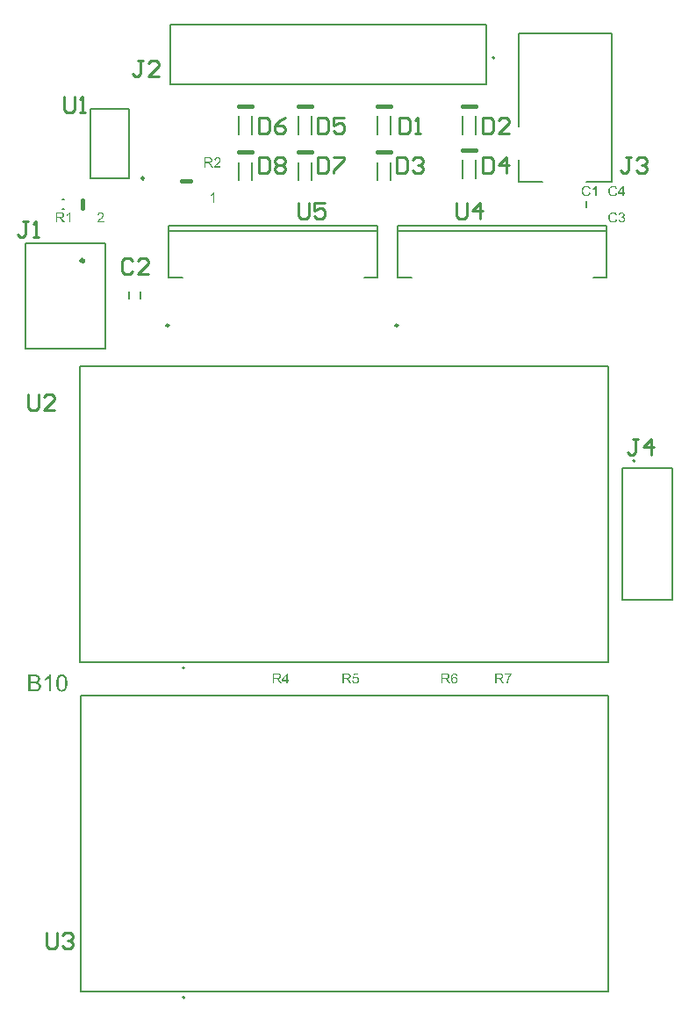
<source format=gto>
G04*
G04 #@! TF.GenerationSoftware,Altium Limited,Altium Designer,24.3.1 (35)*
G04*
G04 Layer_Color=65535*
%FSLAX25Y25*%
%MOIN*%
G70*
G04*
G04 #@! TF.SameCoordinates,59408384-AF90-41EA-90E0-151A5B2CE245*
G04*
G04*
G04 #@! TF.FilePolarity,Positive*
G04*
G01*
G75*
%ADD10C,0.00787*%
%ADD11C,0.00984*%
%ADD12C,0.01575*%
%ADD13C,0.00500*%
%ADD14C,0.00591*%
%ADD15C,0.01000*%
G36*
X98640Y210111D02*
X97853D01*
Y215115D01*
X97844Y215106D01*
X97798Y215069D01*
X97742Y215014D01*
X97650Y214949D01*
X97548Y214865D01*
X97418Y214773D01*
X97271Y214671D01*
X97104Y214569D01*
X97095D01*
X97085Y214560D01*
X97030Y214523D01*
X96938Y214477D01*
X96826Y214422D01*
X96697Y214357D01*
X96558Y214292D01*
X96420Y214227D01*
X96281Y214172D01*
Y214930D01*
X96290D01*
X96308Y214949D01*
X96346Y214958D01*
X96392Y214986D01*
X96447Y215014D01*
X96512Y215051D01*
X96669Y215143D01*
X96854Y215245D01*
X97039Y215374D01*
X97233Y215522D01*
X97428Y215680D01*
X97437Y215689D01*
X97446Y215698D01*
X97474Y215726D01*
X97511Y215754D01*
X97594Y215846D01*
X97705Y215957D01*
X97816Y216087D01*
X97936Y216234D01*
X98038Y216383D01*
X98131Y216540D01*
X98640D01*
Y210111D01*
D02*
G37*
G36*
X92581Y216503D02*
X92655D01*
X92821Y216484D01*
X93006Y216466D01*
X93200Y216429D01*
X93395Y216383D01*
X93571Y216318D01*
X93580D01*
X93589Y216308D01*
X93644Y216281D01*
X93728Y216234D01*
X93820Y216170D01*
X93931Y216087D01*
X94051Y215985D01*
X94162Y215855D01*
X94264Y215717D01*
X94274Y215698D01*
X94301Y215642D01*
X94348Y215568D01*
X94394Y215458D01*
X94440Y215328D01*
X94486Y215189D01*
X94514Y215032D01*
X94523Y214875D01*
Y214856D01*
Y214810D01*
X94514Y214727D01*
X94495Y214625D01*
X94468Y214505D01*
X94421Y214375D01*
X94366Y214246D01*
X94292Y214107D01*
X94283Y214089D01*
X94255Y214052D01*
X94200Y213978D01*
X94125Y213903D01*
X94033Y213811D01*
X93922Y213709D01*
X93783Y213617D01*
X93626Y213524D01*
X93635D01*
X93654Y213515D01*
X93682Y213506D01*
X93718Y213487D01*
X93830Y213450D01*
X93959Y213386D01*
X94098Y213302D01*
X94255Y213200D01*
X94394Y213080D01*
X94523Y212932D01*
X94533Y212914D01*
X94569Y212858D01*
X94625Y212775D01*
X94681Y212664D01*
X94736Y212516D01*
X94792Y212359D01*
X94828Y212174D01*
X94838Y211970D01*
Y211961D01*
Y211952D01*
Y211896D01*
X94828Y211804D01*
X94810Y211693D01*
X94792Y211563D01*
X94754Y211424D01*
X94708Y211277D01*
X94643Y211128D01*
X94634Y211110D01*
X94607Y211064D01*
X94569Y210999D01*
X94514Y210907D01*
X94440Y210814D01*
X94366Y210712D01*
X94274Y210611D01*
X94172Y210527D01*
X94162Y210518D01*
X94125Y210490D01*
X94061Y210453D01*
X93977Y210416D01*
X93876Y210361D01*
X93756Y210305D01*
X93626Y210259D01*
X93469Y210213D01*
X93450D01*
X93395Y210194D01*
X93302Y210185D01*
X93182Y210167D01*
X93034Y210148D01*
X92858Y210129D01*
X92664Y210120D01*
X92442Y210111D01*
X90000D01*
Y216512D01*
X92516D01*
X92581Y216503D01*
D02*
G37*
G36*
X102931Y216530D02*
X103052Y216512D01*
X103191Y216484D01*
X103339Y216447D01*
X103496Y216401D01*
X103644Y216327D01*
X103653D01*
X103662Y216318D01*
X103709Y216290D01*
X103782Y216244D01*
X103875Y216179D01*
X103977Y216087D01*
X104088Y215985D01*
X104190Y215864D01*
X104291Y215726D01*
X104300Y215707D01*
X104338Y215661D01*
X104375Y215578D01*
X104439Y215458D01*
X104495Y215319D01*
X104569Y215161D01*
X104633Y214977D01*
X104689Y214773D01*
Y214764D01*
X104698Y214745D01*
X104708Y214718D01*
X104717Y214671D01*
X104726Y214616D01*
X104735Y214551D01*
X104754Y214468D01*
X104763Y214375D01*
X104781Y214274D01*
X104791Y214162D01*
X104800Y214033D01*
X104818Y213903D01*
X104828Y213755D01*
Y213608D01*
X104837Y213441D01*
Y213265D01*
Y213256D01*
Y213219D01*
Y213154D01*
Y213080D01*
X104828Y212979D01*
Y212867D01*
X104818Y212747D01*
X104809Y212618D01*
X104781Y212322D01*
X104735Y212017D01*
X104680Y211720D01*
X104643Y211582D01*
X104596Y211443D01*
Y211434D01*
X104587Y211415D01*
X104569Y211378D01*
X104550Y211332D01*
X104532Y211267D01*
X104495Y211203D01*
X104421Y211045D01*
X104328Y210879D01*
X104208Y210694D01*
X104069Y210527D01*
X103903Y210370D01*
X103893D01*
X103884Y210351D01*
X103857Y210333D01*
X103820Y210314D01*
X103773Y210287D01*
X103727Y210250D01*
X103588Y210185D01*
X103422Y210120D01*
X103227Y210055D01*
X102996Y210018D01*
X102746Y210000D01*
X102654D01*
X102589Y210009D01*
X102515Y210018D01*
X102423Y210037D01*
X102321Y210055D01*
X102210Y210083D01*
X102099Y210120D01*
X101979Y210157D01*
X101858Y210213D01*
X101738Y210278D01*
X101618Y210351D01*
X101498Y210444D01*
X101387Y210546D01*
X101285Y210657D01*
X101276Y210666D01*
X101257Y210694D01*
X101230Y210740D01*
X101183Y210814D01*
X101137Y210897D01*
X101091Y211008D01*
X101026Y211138D01*
X100970Y211286D01*
X100915Y211452D01*
X100859Y211647D01*
X100804Y211859D01*
X100758Y212100D01*
X100712Y212359D01*
X100684Y212636D01*
X100665Y212942D01*
X100656Y213265D01*
Y213275D01*
Y213312D01*
Y213376D01*
Y213450D01*
X100665Y213552D01*
Y213663D01*
X100674Y213783D01*
X100684Y213922D01*
X100712Y214209D01*
X100758Y214514D01*
X100813Y214819D01*
X100850Y214958D01*
X100887Y215097D01*
Y215106D01*
X100897Y215125D01*
X100915Y215161D01*
X100934Y215208D01*
X100952Y215272D01*
X100989Y215337D01*
X101063Y215494D01*
X101155Y215661D01*
X101276Y215837D01*
X101415Y216013D01*
X101581Y216160D01*
X101590D01*
X101600Y216179D01*
X101627Y216197D01*
X101664Y216216D01*
X101710Y216253D01*
X101766Y216281D01*
X101905Y216355D01*
X102071Y216420D01*
X102266Y216484D01*
X102497Y216521D01*
X102746Y216540D01*
X102830D01*
X102931Y216530D01*
D02*
G37*
G36*
X302101Y401981D02*
X302151Y401976D01*
X302212Y401970D01*
X302273Y401965D01*
X302345Y401948D01*
X302495Y401915D01*
X302661Y401865D01*
X302745Y401831D01*
X302822Y401793D01*
X302900Y401743D01*
X302978Y401693D01*
X302983Y401687D01*
X302994Y401682D01*
X303017Y401665D01*
X303044Y401637D01*
X303072Y401610D01*
X303111Y401571D01*
X303150Y401526D01*
X303194Y401482D01*
X303239Y401426D01*
X303283Y401360D01*
X303333Y401293D01*
X303377Y401221D01*
X303416Y401138D01*
X303461Y401054D01*
X303494Y400966D01*
X303527Y400866D01*
X303028Y400749D01*
Y400755D01*
X303022Y400766D01*
X303011Y400788D01*
X303000Y400816D01*
X302989Y400849D01*
X302972Y400894D01*
X302928Y400982D01*
X302872Y401082D01*
X302806Y401182D01*
X302723Y401276D01*
X302634Y401360D01*
X302623Y401371D01*
X302589Y401393D01*
X302534Y401421D01*
X302462Y401460D01*
X302367Y401493D01*
X302262Y401526D01*
X302134Y401548D01*
X301995Y401554D01*
X301951D01*
X301923Y401548D01*
X301885D01*
X301840Y401543D01*
X301735Y401526D01*
X301618Y401504D01*
X301496Y401465D01*
X301368Y401410D01*
X301252Y401338D01*
X301246D01*
X301241Y401327D01*
X301202Y401299D01*
X301152Y401254D01*
X301091Y401188D01*
X301019Y401104D01*
X300952Y401010D01*
X300891Y400894D01*
X300835Y400766D01*
Y400760D01*
X300830Y400749D01*
X300824Y400733D01*
X300819Y400705D01*
X300808Y400671D01*
X300797Y400633D01*
X300780Y400538D01*
X300758Y400427D01*
X300736Y400305D01*
X300725Y400172D01*
X300719Y400028D01*
Y400022D01*
Y400005D01*
Y399978D01*
Y399944D01*
X300725Y399906D01*
Y399856D01*
X300730Y399800D01*
X300736Y399739D01*
X300752Y399606D01*
X300780Y399462D01*
X300813Y399317D01*
X300858Y399173D01*
Y399167D01*
X300863Y399156D01*
X300874Y399140D01*
X300885Y399112D01*
X300919Y399045D01*
X300969Y398968D01*
X301030Y398879D01*
X301108Y398784D01*
X301196Y398701D01*
X301302Y398624D01*
X301307D01*
X301318Y398618D01*
X301335Y398607D01*
X301357Y398596D01*
X301385Y398585D01*
X301418Y398568D01*
X301496Y398535D01*
X301596Y398501D01*
X301707Y398474D01*
X301829Y398451D01*
X301957Y398446D01*
X301995D01*
X302029Y398451D01*
X302068D01*
X302106Y398457D01*
X302206Y398479D01*
X302323Y398507D01*
X302439Y398552D01*
X302561Y398612D01*
X302623Y398646D01*
X302678Y398690D01*
X302684Y398696D01*
X302689Y398701D01*
X302706Y398718D01*
X302728Y398735D01*
X302750Y398762D01*
X302778Y398796D01*
X302811Y398829D01*
X302839Y398873D01*
X302872Y398923D01*
X302911Y398979D01*
X302944Y399034D01*
X302978Y399101D01*
X303006Y399173D01*
X303033Y399251D01*
X303061Y399334D01*
X303083Y399423D01*
X303594Y399295D01*
Y399290D01*
X303588Y399267D01*
X303577Y399234D01*
X303561Y399190D01*
X303544Y399140D01*
X303522Y399079D01*
X303494Y399012D01*
X303461Y398940D01*
X303383Y398784D01*
X303283Y398629D01*
X303222Y398552D01*
X303161Y398474D01*
X303094Y398407D01*
X303017Y398341D01*
X303011Y398335D01*
X303000Y398324D01*
X302972Y398313D01*
X302944Y398291D01*
X302900Y398263D01*
X302856Y398235D01*
X302795Y398207D01*
X302734Y398180D01*
X302661Y398146D01*
X302584Y398119D01*
X302501Y398091D01*
X302412Y398063D01*
X302317Y398041D01*
X302218Y398030D01*
X302112Y398019D01*
X302001Y398013D01*
X301940D01*
X301896Y398019D01*
X301846D01*
X301784Y398024D01*
X301718Y398035D01*
X301640Y398046D01*
X301479Y398074D01*
X301313Y398119D01*
X301146Y398180D01*
X301069Y398218D01*
X300991Y398263D01*
X300985Y398268D01*
X300974Y398274D01*
X300952Y398291D01*
X300930Y398313D01*
X300897Y398335D01*
X300858Y398368D01*
X300813Y398407D01*
X300769Y398451D01*
X300725Y398501D01*
X300675Y398552D01*
X300575Y398679D01*
X300480Y398829D01*
X300397Y398995D01*
Y399001D01*
X300386Y399018D01*
X300380Y399045D01*
X300364Y399079D01*
X300353Y399123D01*
X300336Y399179D01*
X300314Y399240D01*
X300297Y399306D01*
X300280Y399378D01*
X300258Y399462D01*
X300231Y399634D01*
X300208Y399828D01*
X300197Y400028D01*
Y400033D01*
Y400056D01*
Y400089D01*
X300203Y400128D01*
Y400183D01*
X300208Y400239D01*
X300214Y400311D01*
X300225Y400383D01*
X300253Y400544D01*
X300292Y400722D01*
X300347Y400899D01*
X300425Y401071D01*
X300430Y401077D01*
X300436Y401093D01*
X300447Y401116D01*
X300469Y401143D01*
X300491Y401182D01*
X300519Y401227D01*
X300591Y401327D01*
X300686Y401437D01*
X300797Y401548D01*
X300924Y401659D01*
X301074Y401754D01*
X301080Y401759D01*
X301096Y401765D01*
X301119Y401776D01*
X301146Y401793D01*
X301191Y401809D01*
X301235Y401826D01*
X301291Y401848D01*
X301352Y401870D01*
X301418Y401893D01*
X301490Y401915D01*
X301646Y401948D01*
X301823Y401976D01*
X302007Y401987D01*
X302062D01*
X302101Y401981D01*
D02*
G37*
G36*
X305803Y398080D02*
X305331D01*
Y401082D01*
X305326Y401077D01*
X305298Y401054D01*
X305264Y401021D01*
X305209Y400982D01*
X305148Y400932D01*
X305070Y400877D01*
X304981Y400816D01*
X304881Y400755D01*
X304876D01*
X304870Y400749D01*
X304837Y400727D01*
X304782Y400699D01*
X304715Y400666D01*
X304637Y400627D01*
X304554Y400588D01*
X304471Y400549D01*
X304387Y400516D01*
Y400971D01*
X304393D01*
X304404Y400982D01*
X304426Y400988D01*
X304454Y401005D01*
X304487Y401021D01*
X304526Y401043D01*
X304621Y401099D01*
X304732Y401160D01*
X304843Y401238D01*
X304959Y401327D01*
X305076Y401421D01*
X305081Y401426D01*
X305087Y401432D01*
X305103Y401448D01*
X305126Y401465D01*
X305176Y401521D01*
X305242Y401587D01*
X305309Y401665D01*
X305381Y401754D01*
X305442Y401843D01*
X305498Y401937D01*
X305803D01*
Y398080D01*
D02*
G37*
G36*
X188567Y214434D02*
X189089D01*
Y214001D01*
X188567D01*
Y213080D01*
X188095D01*
Y214001D01*
X186425D01*
Y214434D01*
X188184Y216920D01*
X188567D01*
Y214434D01*
D02*
G37*
G36*
X184737Y216915D02*
X184787D01*
X184904Y216909D01*
X185026Y216893D01*
X185159Y216876D01*
X185281Y216848D01*
X185342Y216831D01*
X185392Y216815D01*
X185398D01*
X185403Y216809D01*
X185437Y216793D01*
X185487Y216770D01*
X185548Y216732D01*
X185614Y216682D01*
X185686Y216615D01*
X185753Y216537D01*
X185820Y216448D01*
Y216443D01*
X185825Y216437D01*
X185847Y216404D01*
X185870Y216349D01*
X185903Y216277D01*
X185931Y216193D01*
X185958Y216093D01*
X185975Y215988D01*
X185981Y215871D01*
Y215866D01*
Y215855D01*
Y215832D01*
X185975Y215805D01*
Y215766D01*
X185969Y215727D01*
X185947Y215633D01*
X185914Y215522D01*
X185870Y215405D01*
X185803Y215289D01*
X185759Y215233D01*
X185714Y215178D01*
X185709Y215172D01*
X185703Y215166D01*
X185686Y215150D01*
X185664Y215133D01*
X185636Y215111D01*
X185603Y215089D01*
X185559Y215061D01*
X185514Y215028D01*
X185459Y215000D01*
X185398Y214972D01*
X185331Y214939D01*
X185259Y214911D01*
X185176Y214889D01*
X185093Y214861D01*
X184998Y214845D01*
X184898Y214828D01*
X184909Y214822D01*
X184932Y214811D01*
X184965Y214789D01*
X185009Y214767D01*
X185109Y214706D01*
X185159Y214667D01*
X185204Y214634D01*
X185215Y214623D01*
X185242Y214595D01*
X185287Y214550D01*
X185342Y214495D01*
X185403Y214417D01*
X185476Y214334D01*
X185548Y214234D01*
X185625Y214123D01*
X186286Y213080D01*
X185653D01*
X185148Y213879D01*
Y213884D01*
X185137Y213896D01*
X185126Y213912D01*
X185109Y213934D01*
X185070Y213995D01*
X185020Y214073D01*
X184959Y214156D01*
X184898Y214245D01*
X184837Y214329D01*
X184782Y214406D01*
X184776Y214412D01*
X184760Y214434D01*
X184732Y214467D01*
X184693Y214506D01*
X184610Y214589D01*
X184565Y214628D01*
X184521Y214662D01*
X184515Y214667D01*
X184504Y214673D01*
X184482Y214684D01*
X184449Y214700D01*
X184415Y214717D01*
X184377Y214734D01*
X184288Y214761D01*
X184282D01*
X184271Y214767D01*
X184249D01*
X184221Y214772D01*
X184182Y214778D01*
X184138D01*
X184077Y214784D01*
X183422D01*
Y213080D01*
X182911D01*
Y216920D01*
X184693D01*
X184737Y216915D01*
D02*
G37*
G36*
X273550Y216498D02*
X273544Y216493D01*
X273533Y216482D01*
X273511Y216460D01*
X273489Y216426D01*
X273455Y216388D01*
X273411Y216343D01*
X273366Y216288D01*
X273317Y216221D01*
X273267Y216154D01*
X273206Y216077D01*
X273145Y215988D01*
X273083Y215899D01*
X273017Y215799D01*
X272950Y215694D01*
X272884Y215577D01*
X272817Y215461D01*
X272812Y215455D01*
X272800Y215433D01*
X272784Y215400D01*
X272756Y215350D01*
X272728Y215289D01*
X272695Y215222D01*
X272656Y215144D01*
X272617Y215055D01*
X272573Y214956D01*
X272523Y214856D01*
X272479Y214745D01*
X272434Y214628D01*
X272345Y214389D01*
X272262Y214134D01*
Y214129D01*
X272256Y214112D01*
X272251Y214084D01*
X272240Y214051D01*
X272229Y214007D01*
X272218Y213951D01*
X272201Y213890D01*
X272190Y213823D01*
X272173Y213746D01*
X272157Y213662D01*
X272129Y213485D01*
X272101Y213291D01*
X272084Y213080D01*
X271602D01*
Y213085D01*
Y213102D01*
Y213124D01*
X271607Y213157D01*
Y213202D01*
X271613Y213257D01*
X271618Y213318D01*
X271624Y213385D01*
X271635Y213463D01*
X271646Y213540D01*
X271663Y213635D01*
X271679Y213729D01*
X271696Y213829D01*
X271718Y213940D01*
X271774Y214167D01*
Y214173D01*
X271779Y214195D01*
X271790Y214229D01*
X271807Y214279D01*
X271824Y214334D01*
X271846Y214401D01*
X271868Y214478D01*
X271901Y214562D01*
X271935Y214656D01*
X271968Y214750D01*
X272051Y214961D01*
X272151Y215183D01*
X272262Y215405D01*
X272268Y215411D01*
X272279Y215433D01*
X272295Y215461D01*
X272318Y215505D01*
X272345Y215555D01*
X272384Y215616D01*
X272423Y215683D01*
X272467Y215755D01*
X272573Y215916D01*
X272684Y216082D01*
X272812Y216254D01*
X272945Y216415D01*
X271063D01*
Y216870D01*
X273550D01*
Y216498D01*
D02*
G37*
G36*
X269182Y216915D02*
X269232D01*
X269348Y216909D01*
X269470Y216893D01*
X269604Y216876D01*
X269726Y216848D01*
X269787Y216831D01*
X269837Y216815D01*
X269842D01*
X269848Y216809D01*
X269881Y216793D01*
X269931Y216770D01*
X269992Y216732D01*
X270059Y216682D01*
X270131Y216615D01*
X270198Y216537D01*
X270264Y216448D01*
Y216443D01*
X270270Y216437D01*
X270292Y216404D01*
X270314Y216349D01*
X270347Y216277D01*
X270375Y216193D01*
X270403Y216093D01*
X270420Y215988D01*
X270425Y215871D01*
Y215866D01*
Y215855D01*
Y215832D01*
X270420Y215805D01*
Y215766D01*
X270414Y215727D01*
X270392Y215633D01*
X270358Y215522D01*
X270314Y215405D01*
X270247Y215289D01*
X270203Y215233D01*
X270159Y215178D01*
X270153Y215172D01*
X270147Y215166D01*
X270131Y215150D01*
X270109Y215133D01*
X270081Y215111D01*
X270048Y215089D01*
X270003Y215061D01*
X269959Y215028D01*
X269903Y215000D01*
X269842Y214972D01*
X269776Y214939D01*
X269704Y214911D01*
X269620Y214889D01*
X269537Y214861D01*
X269443Y214845D01*
X269343Y214828D01*
X269354Y214822D01*
X269376Y214811D01*
X269409Y214789D01*
X269454Y214767D01*
X269554Y214706D01*
X269604Y214667D01*
X269648Y214634D01*
X269659Y214623D01*
X269687Y214595D01*
X269731Y214550D01*
X269787Y214495D01*
X269848Y214417D01*
X269920Y214334D01*
X269992Y214234D01*
X270070Y214123D01*
X270730Y213080D01*
X270098D01*
X269592Y213879D01*
Y213884D01*
X269581Y213896D01*
X269570Y213912D01*
X269554Y213934D01*
X269515Y213995D01*
X269465Y214073D01*
X269404Y214156D01*
X269343Y214245D01*
X269282Y214329D01*
X269226Y214406D01*
X269221Y214412D01*
X269204Y214434D01*
X269176Y214467D01*
X269137Y214506D01*
X269054Y214589D01*
X269010Y214628D01*
X268965Y214662D01*
X268960Y214667D01*
X268949Y214673D01*
X268927Y214684D01*
X268893Y214700D01*
X268860Y214717D01*
X268821Y214734D01*
X268732Y214761D01*
X268727D01*
X268716Y214767D01*
X268693D01*
X268666Y214772D01*
X268627Y214778D01*
X268582D01*
X268521Y214784D01*
X267866D01*
Y213080D01*
X267356D01*
Y216920D01*
X269137D01*
X269182Y216915D01*
D02*
G37*
G36*
X215428Y216454D02*
X213890D01*
X213685Y215416D01*
X213690Y215422D01*
X213702Y215427D01*
X213718Y215439D01*
X213746Y215455D01*
X213779Y215472D01*
X213818Y215494D01*
X213907Y215538D01*
X214018Y215583D01*
X214140Y215622D01*
X214273Y215649D01*
X214340Y215660D01*
X214462D01*
X214495Y215655D01*
X214540Y215649D01*
X214590Y215644D01*
X214645Y215633D01*
X214706Y215616D01*
X214839Y215577D01*
X214912Y215549D01*
X214984Y215511D01*
X215056Y215472D01*
X215128Y215427D01*
X215195Y215372D01*
X215261Y215311D01*
X215267Y215305D01*
X215278Y215294D01*
X215294Y215278D01*
X215317Y215250D01*
X215344Y215211D01*
X215372Y215172D01*
X215405Y215122D01*
X215439Y215067D01*
X215466Y215005D01*
X215500Y214939D01*
X215528Y214861D01*
X215555Y214784D01*
X215578Y214700D01*
X215594Y214606D01*
X215605Y214512D01*
X215611Y214412D01*
Y214406D01*
Y214389D01*
Y214362D01*
X215605Y214323D01*
X215600Y214279D01*
X215594Y214229D01*
X215583Y214167D01*
X215572Y214106D01*
X215539Y213962D01*
X215483Y213812D01*
X215450Y213735D01*
X215405Y213662D01*
X215361Y213585D01*
X215305Y213513D01*
X215300Y213507D01*
X215289Y213490D01*
X215267Y213468D01*
X215239Y213440D01*
X215200Y213407D01*
X215156Y213363D01*
X215100Y213324D01*
X215039Y213280D01*
X214972Y213235D01*
X214895Y213196D01*
X214812Y213157D01*
X214723Y213119D01*
X214628Y213091D01*
X214523Y213069D01*
X214412Y213052D01*
X214295Y213046D01*
X214246D01*
X214207Y213052D01*
X214162Y213057D01*
X214112Y213063D01*
X214051Y213069D01*
X213990Y213085D01*
X213851Y213119D01*
X213713Y213169D01*
X213640Y213202D01*
X213568Y213241D01*
X213502Y213285D01*
X213435Y213335D01*
X213430Y213340D01*
X213419Y213346D01*
X213407Y213368D01*
X213385Y213390D01*
X213357Y213418D01*
X213330Y213452D01*
X213296Y213496D01*
X213269Y213546D01*
X213235Y213596D01*
X213202Y213657D01*
X213141Y213790D01*
X213091Y213946D01*
X213074Y214029D01*
X213063Y214118D01*
X213557Y214156D01*
Y214151D01*
Y214140D01*
X213563Y214123D01*
X213568Y214095D01*
X213585Y214034D01*
X213607Y213951D01*
X213640Y213868D01*
X213685Y213773D01*
X213740Y213690D01*
X213807Y213613D01*
X213818Y213607D01*
X213840Y213585D01*
X213885Y213557D01*
X213946Y213524D01*
X214012Y213490D01*
X214096Y213463D01*
X214190Y213440D01*
X214295Y213435D01*
X214329D01*
X214351Y213440D01*
X214418Y213446D01*
X214495Y213468D01*
X214590Y213496D01*
X214684Y213540D01*
X214784Y213607D01*
X214828Y213646D01*
X214873Y213690D01*
X214878Y213696D01*
X214884Y213701D01*
X214895Y213718D01*
X214912Y213735D01*
X214950Y213796D01*
X214995Y213873D01*
X215034Y213968D01*
X215072Y214084D01*
X215100Y214223D01*
X215111Y214295D01*
Y214373D01*
Y214378D01*
Y214389D01*
Y214412D01*
X215106Y214439D01*
Y214473D01*
X215100Y214512D01*
X215084Y214600D01*
X215056Y214706D01*
X215017Y214811D01*
X214961Y214911D01*
X214884Y215005D01*
Y215011D01*
X214873Y215017D01*
X214845Y215044D01*
X214795Y215083D01*
X214728Y215128D01*
X214639Y215166D01*
X214540Y215205D01*
X214423Y215233D01*
X214356Y215244D01*
X214251D01*
X214207Y215239D01*
X214151Y215233D01*
X214085Y215216D01*
X214018Y215200D01*
X213946Y215172D01*
X213874Y215139D01*
X213868Y215133D01*
X213846Y215122D01*
X213813Y215094D01*
X213768Y215067D01*
X213724Y215028D01*
X213679Y214978D01*
X213629Y214928D01*
X213591Y214867D01*
X213147Y214928D01*
X213518Y216904D01*
X215428D01*
Y216454D01*
D02*
G37*
G36*
X211215Y216948D02*
X211265D01*
X211382Y216943D01*
X211504Y216926D01*
X211637Y216909D01*
X211759Y216881D01*
X211820Y216865D01*
X211870Y216848D01*
X211876D01*
X211881Y216843D01*
X211914Y216826D01*
X211964Y216804D01*
X212025Y216765D01*
X212092Y216715D01*
X212164Y216648D01*
X212231Y216571D01*
X212297Y216482D01*
Y216476D01*
X212303Y216471D01*
X212325Y216437D01*
X212347Y216382D01*
X212381Y216310D01*
X212408Y216227D01*
X212436Y216127D01*
X212453Y216021D01*
X212458Y215905D01*
Y215899D01*
Y215888D01*
Y215866D01*
X212453Y215838D01*
Y215799D01*
X212447Y215760D01*
X212425Y215666D01*
X212392Y215555D01*
X212347Y215439D01*
X212281Y215322D01*
X212236Y215266D01*
X212192Y215211D01*
X212186Y215205D01*
X212181Y215200D01*
X212164Y215183D01*
X212142Y215166D01*
X212114Y215144D01*
X212081Y215122D01*
X212037Y215094D01*
X211992Y215061D01*
X211937Y215033D01*
X211876Y215005D01*
X211809Y214972D01*
X211737Y214945D01*
X211654Y214922D01*
X211570Y214895D01*
X211476Y214878D01*
X211376Y214861D01*
X211387Y214856D01*
X211409Y214845D01*
X211443Y214822D01*
X211487Y214800D01*
X211587Y214739D01*
X211637Y214700D01*
X211681Y214667D01*
X211693Y214656D01*
X211720Y214628D01*
X211765Y214584D01*
X211820Y214528D01*
X211881Y214451D01*
X211953Y214367D01*
X212025Y214267D01*
X212103Y214156D01*
X212764Y213113D01*
X212131D01*
X211626Y213912D01*
Y213918D01*
X211615Y213929D01*
X211604Y213946D01*
X211587Y213968D01*
X211548Y214029D01*
X211498Y214106D01*
X211437Y214190D01*
X211376Y214279D01*
X211315Y214362D01*
X211260Y214439D01*
X211254Y214445D01*
X211237Y214467D01*
X211210Y214500D01*
X211171Y214539D01*
X211087Y214623D01*
X211043Y214662D01*
X210999Y214695D01*
X210993Y214700D01*
X210982Y214706D01*
X210960Y214717D01*
X210927Y214734D01*
X210893Y214750D01*
X210854Y214767D01*
X210766Y214795D01*
X210760D01*
X210749Y214800D01*
X210727D01*
X210699Y214806D01*
X210660Y214811D01*
X210616D01*
X210555Y214817D01*
X209900D01*
Y213113D01*
X209389D01*
Y216954D01*
X211171D01*
X211215Y216948D01*
D02*
G37*
G36*
X252015Y216956D02*
X252053D01*
X252098Y216951D01*
X252203Y216929D01*
X252320Y216901D01*
X252442Y216857D01*
X252564Y216790D01*
X252625Y216751D01*
X252681Y216707D01*
X252686Y216701D01*
X252692Y216695D01*
X252708Y216679D01*
X252725Y216662D01*
X252753Y216634D01*
X252775Y216601D01*
X252836Y216524D01*
X252897Y216424D01*
X252953Y216301D01*
X253003Y216163D01*
X253036Y216007D01*
X252564Y215968D01*
Y215974D01*
X252559Y215980D01*
X252553Y216013D01*
X252536Y216063D01*
X252514Y216124D01*
X252492Y216191D01*
X252459Y216257D01*
X252420Y216318D01*
X252381Y216368D01*
X252370Y216379D01*
X252348Y216401D01*
X252309Y216435D01*
X252253Y216474D01*
X252181Y216507D01*
X252103Y216540D01*
X252009Y216562D01*
X251909Y216573D01*
X251870D01*
X251826Y216568D01*
X251776Y216557D01*
X251709Y216540D01*
X251643Y216518D01*
X251576Y216490D01*
X251510Y216446D01*
X251499Y216440D01*
X251471Y216418D01*
X251432Y216379D01*
X251382Y216324D01*
X251326Y216257D01*
X251265Y216179D01*
X251210Y216079D01*
X251154Y215968D01*
Y215963D01*
X251149Y215952D01*
X251143Y215935D01*
X251132Y215913D01*
X251127Y215880D01*
X251115Y215841D01*
X251104Y215796D01*
X251093Y215741D01*
X251077Y215680D01*
X251066Y215613D01*
X251055Y215541D01*
X251049Y215463D01*
X251038Y215375D01*
X251032Y215286D01*
X251027Y215186D01*
Y215086D01*
X251032Y215092D01*
X251055Y215125D01*
X251093Y215169D01*
X251143Y215225D01*
X251199Y215291D01*
X251271Y215352D01*
X251349Y215413D01*
X251437Y215469D01*
X251443D01*
X251448Y215475D01*
X251482Y215491D01*
X251532Y215508D01*
X251598Y215536D01*
X251676Y215558D01*
X251765Y215574D01*
X251859Y215591D01*
X251959Y215597D01*
X252004D01*
X252037Y215591D01*
X252081Y215585D01*
X252126Y215580D01*
X252181Y215569D01*
X252237Y215552D01*
X252364Y215513D01*
X252431Y215486D01*
X252498Y215447D01*
X252564Y215408D01*
X252636Y215364D01*
X252703Y215308D01*
X252764Y215247D01*
X252769Y215241D01*
X252781Y215230D01*
X252797Y215214D01*
X252814Y215186D01*
X252842Y215147D01*
X252869Y215108D01*
X252897Y215058D01*
X252930Y215003D01*
X252964Y214942D01*
X252991Y214875D01*
X253019Y214797D01*
X253047Y214720D01*
X253064Y214636D01*
X253080Y214542D01*
X253091Y214448D01*
X253097Y214348D01*
Y214342D01*
Y214331D01*
Y214315D01*
Y214287D01*
X253091Y214253D01*
Y214220D01*
X253075Y214131D01*
X253058Y214026D01*
X253030Y213915D01*
X252991Y213793D01*
X252936Y213676D01*
Y213671D01*
X252930Y213665D01*
X252919Y213649D01*
X252908Y213626D01*
X252875Y213571D01*
X252825Y213499D01*
X252764Y213421D01*
X252692Y213343D01*
X252603Y213266D01*
X252509Y213199D01*
X252503D01*
X252498Y213193D01*
X252481Y213182D01*
X252459Y213177D01*
X252403Y213149D01*
X252331Y213121D01*
X252237Y213088D01*
X252131Y213066D01*
X252015Y213044D01*
X251887Y213038D01*
X251859D01*
X251832Y213044D01*
X251787D01*
X251737Y213049D01*
X251682Y213060D01*
X251615Y213077D01*
X251549Y213094D01*
X251471Y213116D01*
X251393Y213143D01*
X251315Y213177D01*
X251232Y213221D01*
X251154Y213271D01*
X251077Y213327D01*
X250999Y213393D01*
X250927Y213471D01*
X250921Y213476D01*
X250910Y213493D01*
X250894Y213515D01*
X250871Y213554D01*
X250838Y213604D01*
X250810Y213660D01*
X250777Y213732D01*
X250744Y213809D01*
X250705Y213904D01*
X250672Y214009D01*
X250644Y214126D01*
X250616Y214253D01*
X250588Y214398D01*
X250572Y214553D01*
X250561Y214720D01*
X250555Y214897D01*
Y214903D01*
Y214908D01*
Y214925D01*
Y214947D01*
X250561Y215003D01*
Y215080D01*
X250566Y215169D01*
X250577Y215275D01*
X250588Y215391D01*
X250605Y215519D01*
X250627Y215647D01*
X250655Y215785D01*
X250688Y215918D01*
X250727Y216052D01*
X250777Y216179D01*
X250833Y216301D01*
X250894Y216418D01*
X250966Y216518D01*
X250971Y216524D01*
X250982Y216535D01*
X251005Y216557D01*
X251032Y216590D01*
X251066Y216623D01*
X251110Y216657D01*
X251166Y216701D01*
X251221Y216740D01*
X251288Y216779D01*
X251360Y216823D01*
X251443Y216857D01*
X251526Y216895D01*
X251621Y216923D01*
X251720Y216945D01*
X251826Y216956D01*
X251937Y216962D01*
X251981D01*
X252015Y216956D01*
D02*
G37*
G36*
X248729Y216940D02*
X248779D01*
X248896Y216934D01*
X249018Y216917D01*
X249151Y216901D01*
X249273Y216873D01*
X249334Y216857D01*
X249384Y216840D01*
X249390D01*
X249395Y216834D01*
X249428Y216818D01*
X249478Y216795D01*
X249539Y216757D01*
X249606Y216707D01*
X249678Y216640D01*
X249745Y216562D01*
X249811Y216474D01*
Y216468D01*
X249817Y216462D01*
X249839Y216429D01*
X249861Y216374D01*
X249894Y216301D01*
X249922Y216218D01*
X249950Y216118D01*
X249967Y216013D01*
X249972Y215896D01*
Y215891D01*
Y215880D01*
Y215858D01*
X249967Y215830D01*
Y215791D01*
X249961Y215752D01*
X249939Y215658D01*
X249906Y215547D01*
X249861Y215430D01*
X249795Y215314D01*
X249750Y215258D01*
X249706Y215203D01*
X249700Y215197D01*
X249695Y215192D01*
X249678Y215175D01*
X249656Y215158D01*
X249628Y215136D01*
X249595Y215114D01*
X249551Y215086D01*
X249506Y215053D01*
X249451Y215025D01*
X249390Y214997D01*
X249323Y214964D01*
X249251Y214936D01*
X249167Y214914D01*
X249084Y214886D01*
X248990Y214870D01*
X248890Y214853D01*
X248901Y214847D01*
X248923Y214836D01*
X248957Y214814D01*
X249001Y214792D01*
X249101Y214731D01*
X249151Y214692D01*
X249195Y214659D01*
X249206Y214648D01*
X249234Y214620D01*
X249278Y214575D01*
X249334Y214520D01*
X249395Y214442D01*
X249467Y214359D01*
X249539Y214259D01*
X249617Y214148D01*
X250277Y213105D01*
X249645D01*
X249140Y213904D01*
Y213909D01*
X249129Y213920D01*
X249117Y213937D01*
X249101Y213959D01*
X249062Y214020D01*
X249012Y214098D01*
X248951Y214181D01*
X248890Y214270D01*
X248829Y214353D01*
X248774Y214431D01*
X248768Y214437D01*
X248751Y214459D01*
X248724Y214492D01*
X248685Y214531D01*
X248601Y214614D01*
X248557Y214653D01*
X248513Y214686D01*
X248507Y214692D01*
X248496Y214698D01*
X248474Y214709D01*
X248441Y214725D01*
X248407Y214742D01*
X248368Y214759D01*
X248280Y214786D01*
X248274D01*
X248263Y214792D01*
X248241D01*
X248213Y214797D01*
X248174Y214803D01*
X248130D01*
X248069Y214809D01*
X247414D01*
Y213105D01*
X246903D01*
Y216945D01*
X248685D01*
X248729Y216940D01*
D02*
G37*
G36*
X161962Y412805D02*
X162006Y412799D01*
X162062Y412794D01*
X162123Y412783D01*
X162184Y412772D01*
X162328Y412733D01*
X162472Y412677D01*
X162545Y412644D01*
X162617Y412605D01*
X162683Y412555D01*
X162744Y412500D01*
X162750Y412494D01*
X162761Y412489D01*
X162772Y412466D01*
X162794Y412444D01*
X162822Y412417D01*
X162850Y412378D01*
X162878Y412339D01*
X162911Y412289D01*
X162967Y412183D01*
X163022Y412050D01*
X163044Y411984D01*
X163055Y411906D01*
X163066Y411828D01*
X163072Y411745D01*
Y411734D01*
Y411706D01*
X163066Y411662D01*
X163061Y411601D01*
X163050Y411534D01*
X163028Y411456D01*
X163005Y411373D01*
X162972Y411290D01*
X162967Y411279D01*
X162955Y411251D01*
X162933Y411207D01*
X162900Y411145D01*
X162856Y411079D01*
X162800Y410996D01*
X162733Y410912D01*
X162656Y410818D01*
X162645Y410807D01*
X162617Y410774D01*
X162589Y410746D01*
X162561Y410718D01*
X162528Y410685D01*
X162484Y410640D01*
X162439Y410596D01*
X162384Y410546D01*
X162328Y410491D01*
X162262Y410430D01*
X162189Y410368D01*
X162112Y410296D01*
X162023Y410224D01*
X161934Y410147D01*
X161929Y410141D01*
X161917Y410130D01*
X161895Y410113D01*
X161868Y410091D01*
X161834Y410058D01*
X161795Y410024D01*
X161707Y409952D01*
X161612Y409869D01*
X161523Y409786D01*
X161446Y409714D01*
X161413Y409686D01*
X161385Y409658D01*
X161379Y409653D01*
X161363Y409636D01*
X161340Y409614D01*
X161313Y409580D01*
X161285Y409542D01*
X161251Y409503D01*
X161185Y409408D01*
X163077D01*
Y408953D01*
X160530D01*
Y408959D01*
Y408981D01*
Y409014D01*
X160536Y409059D01*
X160541Y409109D01*
X160552Y409164D01*
X160563Y409220D01*
X160585Y409281D01*
Y409286D01*
X160591Y409292D01*
X160602Y409325D01*
X160624Y409375D01*
X160658Y409442D01*
X160702Y409519D01*
X160758Y409608D01*
X160819Y409697D01*
X160896Y409791D01*
Y409797D01*
X160907Y409802D01*
X160935Y409836D01*
X160985Y409886D01*
X161057Y409958D01*
X161141Y410041D01*
X161246Y410141D01*
X161374Y410252D01*
X161512Y410368D01*
X161518Y410374D01*
X161540Y410391D01*
X161573Y410419D01*
X161612Y410452D01*
X161662Y410496D01*
X161723Y410546D01*
X161784Y410602D01*
X161856Y410663D01*
X161995Y410796D01*
X162134Y410929D01*
X162201Y410996D01*
X162262Y411062D01*
X162317Y411123D01*
X162362Y411184D01*
Y411190D01*
X162373Y411196D01*
X162384Y411212D01*
X162395Y411234D01*
X162434Y411295D01*
X162478Y411368D01*
X162517Y411456D01*
X162556Y411551D01*
X162578Y411656D01*
X162589Y411756D01*
Y411762D01*
Y411767D01*
X162583Y411800D01*
X162578Y411856D01*
X162561Y411917D01*
X162539Y411995D01*
X162500Y412072D01*
X162450Y412150D01*
X162384Y412228D01*
X162373Y412239D01*
X162345Y412261D01*
X162306Y412289D01*
X162245Y412328D01*
X162167Y412361D01*
X162078Y412394D01*
X161973Y412417D01*
X161856Y412422D01*
X161823D01*
X161801Y412417D01*
X161734Y412411D01*
X161657Y412394D01*
X161573Y412372D01*
X161479Y412333D01*
X161390Y412283D01*
X161307Y412217D01*
X161296Y412206D01*
X161274Y412178D01*
X161240Y412133D01*
X161207Y412067D01*
X161168Y411989D01*
X161135Y411889D01*
X161113Y411778D01*
X161102Y411651D01*
X160619Y411700D01*
Y411706D01*
X160624Y411723D01*
Y411751D01*
X160630Y411789D01*
X160641Y411834D01*
X160652Y411884D01*
X160669Y411945D01*
X160685Y412006D01*
X160730Y412139D01*
X160796Y412272D01*
X160835Y412339D01*
X160885Y412405D01*
X160935Y412466D01*
X160991Y412522D01*
X160996Y412528D01*
X161007Y412533D01*
X161024Y412550D01*
X161052Y412566D01*
X161085Y412589D01*
X161124Y412611D01*
X161168Y412639D01*
X161224Y412666D01*
X161285Y412694D01*
X161351Y412722D01*
X161424Y412744D01*
X161501Y412766D01*
X161584Y412783D01*
X161673Y412799D01*
X161768Y412805D01*
X161868Y412811D01*
X161923D01*
X161962Y412805D01*
D02*
G37*
G36*
X158748Y412788D02*
X158798D01*
X158915Y412783D01*
X159037Y412766D01*
X159170Y412749D01*
X159292Y412722D01*
X159353Y412705D01*
X159403Y412688D01*
X159409D01*
X159415Y412683D01*
X159448Y412666D01*
X159498Y412644D01*
X159559Y412605D01*
X159625Y412555D01*
X159697Y412489D01*
X159764Y412411D01*
X159831Y412322D01*
Y412317D01*
X159836Y412311D01*
X159859Y412278D01*
X159881Y412222D01*
X159914Y412150D01*
X159942Y412067D01*
X159969Y411967D01*
X159986Y411862D01*
X159992Y411745D01*
Y411739D01*
Y411728D01*
Y411706D01*
X159986Y411678D01*
Y411639D01*
X159981Y411601D01*
X159958Y411506D01*
X159925Y411395D01*
X159881Y411279D01*
X159814Y411162D01*
X159770Y411107D01*
X159725Y411051D01*
X159720Y411046D01*
X159714Y411040D01*
X159697Y411023D01*
X159675Y411007D01*
X159648Y410985D01*
X159614Y410962D01*
X159570Y410935D01*
X159526Y410901D01*
X159470Y410874D01*
X159409Y410846D01*
X159342Y410813D01*
X159270Y410785D01*
X159187Y410763D01*
X159104Y410735D01*
X159009Y410718D01*
X158909Y410702D01*
X158921Y410696D01*
X158943Y410685D01*
X158976Y410663D01*
X159020Y410640D01*
X159120Y410579D01*
X159170Y410541D01*
X159215Y410507D01*
X159226Y410496D01*
X159254Y410468D01*
X159298Y410424D01*
X159353Y410368D01*
X159415Y410291D01*
X159487Y410208D01*
X159559Y410108D01*
X159636Y409997D01*
X160297Y408953D01*
X159664D01*
X159159Y409753D01*
Y409758D01*
X159148Y409769D01*
X159137Y409786D01*
X159120Y409808D01*
X159081Y409869D01*
X159031Y409947D01*
X158970Y410030D01*
X158909Y410119D01*
X158848Y410202D01*
X158793Y410280D01*
X158787Y410285D01*
X158771Y410308D01*
X158743Y410341D01*
X158704Y410380D01*
X158621Y410463D01*
X158576Y410502D01*
X158532Y410535D01*
X158527Y410541D01*
X158515Y410546D01*
X158493Y410557D01*
X158460Y410574D01*
X158427Y410591D01*
X158388Y410607D01*
X158299Y410635D01*
X158293D01*
X158282Y410640D01*
X158260D01*
X158232Y410646D01*
X158194Y410652D01*
X158149D01*
X158088Y410657D01*
X157433D01*
Y408953D01*
X156922D01*
Y412794D01*
X158704D01*
X158748Y412788D01*
D02*
G37*
G36*
X105953Y388071D02*
X105482D01*
Y391074D01*
X105476Y391068D01*
X105448Y391046D01*
X105415Y391013D01*
X105359Y390974D01*
X105298Y390924D01*
X105221Y390869D01*
X105132Y390808D01*
X105032Y390746D01*
X105026D01*
X105021Y390741D01*
X104988Y390719D01*
X104932Y390691D01*
X104866Y390658D01*
X104788Y390619D01*
X104705Y390580D01*
X104621Y390541D01*
X104538Y390508D01*
Y390963D01*
X104544D01*
X104555Y390974D01*
X104577Y390980D01*
X104605Y390996D01*
X104638Y391013D01*
X104677Y391035D01*
X104771Y391091D01*
X104882Y391152D01*
X104993Y391229D01*
X105110Y391318D01*
X105226Y391412D01*
X105232Y391418D01*
X105237Y391424D01*
X105254Y391440D01*
X105276Y391457D01*
X105326Y391512D01*
X105393Y391579D01*
X105459Y391657D01*
X105532Y391745D01*
X105593Y391834D01*
X105648Y391929D01*
X105953D01*
Y388071D01*
D02*
G37*
G36*
X102329Y391906D02*
X102379D01*
X102496Y391901D01*
X102618Y391884D01*
X102751Y391868D01*
X102873Y391840D01*
X102934Y391823D01*
X102984Y391807D01*
X102990D01*
X102995Y391801D01*
X103029Y391784D01*
X103078Y391762D01*
X103140Y391723D01*
X103206Y391673D01*
X103278Y391607D01*
X103345Y391529D01*
X103411Y391440D01*
Y391435D01*
X103417Y391429D01*
X103439Y391396D01*
X103461Y391340D01*
X103495Y391268D01*
X103523Y391185D01*
X103550Y391085D01*
X103567Y390980D01*
X103572Y390863D01*
Y390858D01*
Y390846D01*
Y390824D01*
X103567Y390796D01*
Y390758D01*
X103561Y390719D01*
X103539Y390624D01*
X103506Y390513D01*
X103461Y390397D01*
X103395Y390280D01*
X103350Y390225D01*
X103306Y390169D01*
X103300Y390164D01*
X103295Y390158D01*
X103278Y390142D01*
X103256Y390125D01*
X103228Y390103D01*
X103195Y390080D01*
X103151Y390053D01*
X103106Y390019D01*
X103051Y389992D01*
X102990Y389964D01*
X102923Y389931D01*
X102851Y389903D01*
X102768Y389881D01*
X102684Y389853D01*
X102590Y389836D01*
X102490Y389820D01*
X102501Y389814D01*
X102524Y389803D01*
X102557Y389781D01*
X102601Y389759D01*
X102701Y389698D01*
X102751Y389659D01*
X102796Y389625D01*
X102806Y389614D01*
X102834Y389586D01*
X102879Y389542D01*
X102934Y389487D01*
X102995Y389409D01*
X103067Y389326D01*
X103140Y389226D01*
X103217Y389115D01*
X103878Y388071D01*
X103245D01*
X102740Y388871D01*
Y388876D01*
X102729Y388887D01*
X102718Y388904D01*
X102701Y388926D01*
X102662Y388987D01*
X102612Y389065D01*
X102551Y389148D01*
X102490Y389237D01*
X102429Y389320D01*
X102374Y389398D01*
X102368Y389403D01*
X102351Y389426D01*
X102324Y389459D01*
X102285Y389498D01*
X102202Y389581D01*
X102157Y389620D01*
X102113Y389653D01*
X102107Y389659D01*
X102096Y389664D01*
X102074Y389675D01*
X102041Y389692D01*
X102007Y389709D01*
X101969Y389725D01*
X101880Y389753D01*
X101874D01*
X101863Y389759D01*
X101841D01*
X101813Y389764D01*
X101774Y389770D01*
X101730D01*
X101669Y389775D01*
X101014D01*
Y388071D01*
X100503D01*
Y391912D01*
X102285D01*
X102329Y391906D01*
D02*
G37*
G36*
X160708Y395571D02*
X160236D01*
Y398574D01*
X160230Y398568D01*
X160203Y398546D01*
X160169Y398513D01*
X160114Y398474D01*
X160053Y398424D01*
X159975Y398369D01*
X159886Y398307D01*
X159786Y398247D01*
X159781D01*
X159775Y398241D01*
X159742Y398219D01*
X159686Y398191D01*
X159620Y398158D01*
X159542Y398119D01*
X159459Y398080D01*
X159376Y398041D01*
X159292Y398008D01*
Y398463D01*
X159298D01*
X159309Y398474D01*
X159331Y398480D01*
X159359Y398496D01*
X159392Y398513D01*
X159431Y398535D01*
X159526Y398591D01*
X159636Y398652D01*
X159748Y398729D01*
X159864Y398818D01*
X159981Y398913D01*
X159986Y398918D01*
X159992Y398924D01*
X160008Y398940D01*
X160030Y398957D01*
X160081Y399012D01*
X160147Y399079D01*
X160214Y399157D01*
X160286Y399246D01*
X160347Y399334D01*
X160402Y399429D01*
X160708D01*
Y395571D01*
D02*
G37*
G36*
X117658Y391923D02*
X117703Y391917D01*
X117758Y391912D01*
X117819Y391901D01*
X117880Y391890D01*
X118025Y391851D01*
X118169Y391795D01*
X118241Y391762D01*
X118313Y391723D01*
X118380Y391673D01*
X118441Y391618D01*
X118446Y391612D01*
X118457Y391607D01*
X118468Y391584D01*
X118491Y391562D01*
X118518Y391535D01*
X118546Y391496D01*
X118574Y391457D01*
X118607Y391407D01*
X118663Y391301D01*
X118718Y391168D01*
X118740Y391102D01*
X118752Y391024D01*
X118763Y390946D01*
X118768Y390863D01*
Y390852D01*
Y390824D01*
X118763Y390780D01*
X118757Y390719D01*
X118746Y390652D01*
X118724Y390574D01*
X118702Y390491D01*
X118668Y390408D01*
X118663Y390397D01*
X118652Y390369D01*
X118629Y390325D01*
X118596Y390264D01*
X118552Y390197D01*
X118496Y390114D01*
X118430Y390031D01*
X118352Y389936D01*
X118341Y389925D01*
X118313Y389892D01*
X118285Y389864D01*
X118258Y389836D01*
X118224Y389803D01*
X118180Y389759D01*
X118135Y389714D01*
X118080Y389664D01*
X118025Y389609D01*
X117958Y389548D01*
X117886Y389487D01*
X117808Y389415D01*
X117719Y389342D01*
X117630Y389265D01*
X117625Y389259D01*
X117614Y389248D01*
X117592Y389231D01*
X117564Y389209D01*
X117531Y389176D01*
X117492Y389142D01*
X117403Y389070D01*
X117308Y388987D01*
X117220Y388904D01*
X117142Y388832D01*
X117109Y388804D01*
X117081Y388776D01*
X117075Y388771D01*
X117059Y388754D01*
X117037Y388732D01*
X117009Y388699D01*
X116981Y388660D01*
X116948Y388621D01*
X116881Y388527D01*
X118774D01*
Y388071D01*
X116226D01*
Y388077D01*
Y388099D01*
Y388132D01*
X116232Y388177D01*
X116237Y388227D01*
X116249Y388282D01*
X116260Y388338D01*
X116282Y388399D01*
Y388404D01*
X116287Y388410D01*
X116298Y388443D01*
X116321Y388493D01*
X116354Y388560D01*
X116398Y388637D01*
X116454Y388726D01*
X116515Y388815D01*
X116593Y388909D01*
Y388915D01*
X116604Y388920D01*
X116631Y388954D01*
X116681Y389004D01*
X116753Y389076D01*
X116837Y389159D01*
X116942Y389259D01*
X117070Y389370D01*
X117209Y389487D01*
X117214Y389492D01*
X117236Y389509D01*
X117270Y389537D01*
X117308Y389570D01*
X117359Y389614D01*
X117420Y389664D01*
X117481Y389720D01*
X117553Y389781D01*
X117692Y389914D01*
X117830Y390047D01*
X117897Y390114D01*
X117958Y390180D01*
X118013Y390241D01*
X118058Y390302D01*
Y390308D01*
X118069Y390314D01*
X118080Y390330D01*
X118091Y390352D01*
X118130Y390413D01*
X118174Y390486D01*
X118213Y390574D01*
X118252Y390669D01*
X118274Y390774D01*
X118285Y390874D01*
Y390880D01*
Y390885D01*
X118280Y390918D01*
X118274Y390974D01*
X118258Y391035D01*
X118235Y391113D01*
X118196Y391191D01*
X118147Y391268D01*
X118080Y391346D01*
X118069Y391357D01*
X118041Y391379D01*
X118002Y391407D01*
X117941Y391446D01*
X117864Y391479D01*
X117775Y391512D01*
X117669Y391535D01*
X117553Y391540D01*
X117519D01*
X117497Y391535D01*
X117431Y391529D01*
X117353Y391512D01*
X117270Y391490D01*
X117175Y391451D01*
X117087Y391401D01*
X117003Y391335D01*
X116992Y391324D01*
X116970Y391296D01*
X116937Y391251D01*
X116903Y391185D01*
X116865Y391107D01*
X116831Y391007D01*
X116809Y390896D01*
X116798Y390769D01*
X116315Y390819D01*
Y390824D01*
X116321Y390841D01*
Y390869D01*
X116326Y390907D01*
X116337Y390952D01*
X116348Y391002D01*
X116365Y391063D01*
X116382Y391124D01*
X116426Y391257D01*
X116493Y391390D01*
X116532Y391457D01*
X116581Y391524D01*
X116631Y391584D01*
X116687Y391640D01*
X116692Y391646D01*
X116704Y391651D01*
X116720Y391668D01*
X116748Y391684D01*
X116781Y391707D01*
X116820Y391729D01*
X116865Y391757D01*
X116920Y391784D01*
X116981Y391812D01*
X117048Y391840D01*
X117120Y391862D01*
X117198Y391884D01*
X117281Y391901D01*
X117370Y391917D01*
X117464Y391923D01*
X117564Y391929D01*
X117619D01*
X117658Y391923D01*
D02*
G37*
G36*
X312237Y401981D02*
X312287Y401976D01*
X312348Y401970D01*
X312409Y401965D01*
X312482Y401948D01*
X312631Y401915D01*
X312798Y401865D01*
X312881Y401831D01*
X312959Y401793D01*
X313037Y401743D01*
X313114Y401693D01*
X313120Y401687D01*
X313131Y401682D01*
X313153Y401665D01*
X313181Y401637D01*
X313209Y401610D01*
X313247Y401571D01*
X313286Y401526D01*
X313331Y401482D01*
X313375Y401426D01*
X313420Y401360D01*
X313470Y401293D01*
X313514Y401221D01*
X313553Y401138D01*
X313597Y401054D01*
X313630Y400966D01*
X313664Y400866D01*
X313164Y400749D01*
Y400755D01*
X313159Y400766D01*
X313148Y400788D01*
X313137Y400816D01*
X313125Y400849D01*
X313109Y400894D01*
X313064Y400982D01*
X313009Y401082D01*
X312942Y401182D01*
X312859Y401276D01*
X312770Y401360D01*
X312759Y401371D01*
X312726Y401393D01*
X312670Y401421D01*
X312598Y401460D01*
X312504Y401493D01*
X312398Y401526D01*
X312271Y401548D01*
X312132Y401554D01*
X312087D01*
X312060Y401548D01*
X312021D01*
X311977Y401543D01*
X311871Y401526D01*
X311754Y401504D01*
X311632Y401465D01*
X311505Y401410D01*
X311388Y401338D01*
X311383D01*
X311377Y401327D01*
X311338Y401299D01*
X311288Y401254D01*
X311227Y401188D01*
X311155Y401104D01*
X311088Y401010D01*
X311028Y400894D01*
X310972Y400766D01*
Y400760D01*
X310966Y400749D01*
X310961Y400733D01*
X310955Y400705D01*
X310944Y400671D01*
X310933Y400633D01*
X310916Y400538D01*
X310894Y400427D01*
X310872Y400305D01*
X310861Y400172D01*
X310855Y400028D01*
Y400022D01*
Y400005D01*
Y399978D01*
Y399944D01*
X310861Y399906D01*
Y399856D01*
X310866Y399800D01*
X310872Y399739D01*
X310889Y399606D01*
X310916Y399462D01*
X310950Y399317D01*
X310994Y399173D01*
Y399167D01*
X311000Y399156D01*
X311011Y399140D01*
X311022Y399112D01*
X311055Y399045D01*
X311105Y398968D01*
X311166Y398879D01*
X311244Y398784D01*
X311333Y398701D01*
X311438Y398624D01*
X311444D01*
X311455Y398618D01*
X311472Y398607D01*
X311494Y398596D01*
X311521Y398585D01*
X311555Y398568D01*
X311632Y398535D01*
X311732Y398501D01*
X311843Y398474D01*
X311965Y398451D01*
X312093Y398446D01*
X312132D01*
X312165Y398451D01*
X312204D01*
X312243Y398457D01*
X312343Y398479D01*
X312459Y398507D01*
X312576Y398552D01*
X312698Y398612D01*
X312759Y398646D01*
X312815Y398690D01*
X312820Y398696D01*
X312826Y398701D01*
X312842Y398718D01*
X312864Y398735D01*
X312887Y398762D01*
X312914Y398796D01*
X312948Y398829D01*
X312976Y398873D01*
X313009Y398923D01*
X313048Y398979D01*
X313081Y399034D01*
X313114Y399101D01*
X313142Y399173D01*
X313170Y399251D01*
X313197Y399334D01*
X313220Y399423D01*
X313730Y399295D01*
Y399290D01*
X313725Y399267D01*
X313714Y399234D01*
X313697Y399190D01*
X313680Y399140D01*
X313658Y399079D01*
X313630Y399012D01*
X313597Y398940D01*
X313519Y398784D01*
X313420Y398629D01*
X313358Y398552D01*
X313297Y398474D01*
X313231Y398407D01*
X313153Y398341D01*
X313148Y398335D01*
X313137Y398324D01*
X313109Y398313D01*
X313081Y398291D01*
X313037Y398263D01*
X312992Y398235D01*
X312931Y398207D01*
X312870Y398180D01*
X312798Y398146D01*
X312720Y398119D01*
X312637Y398091D01*
X312548Y398063D01*
X312454Y398041D01*
X312354Y398030D01*
X312248Y398019D01*
X312138Y398013D01*
X312076D01*
X312032Y398019D01*
X311982D01*
X311921Y398024D01*
X311854Y398035D01*
X311777Y398046D01*
X311616Y398074D01*
X311449Y398119D01*
X311283Y398180D01*
X311205Y398218D01*
X311127Y398263D01*
X311122Y398268D01*
X311111Y398274D01*
X311088Y398291D01*
X311066Y398313D01*
X311033Y398335D01*
X310994Y398368D01*
X310950Y398407D01*
X310905Y398451D01*
X310861Y398501D01*
X310811Y398552D01*
X310711Y398679D01*
X310617Y398829D01*
X310533Y398995D01*
Y399001D01*
X310522Y399018D01*
X310517Y399045D01*
X310500Y399079D01*
X310489Y399123D01*
X310472Y399179D01*
X310450Y399240D01*
X310434Y399306D01*
X310417Y399378D01*
X310395Y399462D01*
X310367Y399634D01*
X310345Y399828D01*
X310334Y400028D01*
Y400033D01*
Y400056D01*
Y400089D01*
X310339Y400128D01*
Y400183D01*
X310345Y400239D01*
X310350Y400311D01*
X310362Y400383D01*
X310389Y400544D01*
X310428Y400722D01*
X310484Y400899D01*
X310561Y401071D01*
X310567Y401077D01*
X310572Y401093D01*
X310583Y401116D01*
X310606Y401143D01*
X310628Y401182D01*
X310656Y401227D01*
X310728Y401327D01*
X310822Y401437D01*
X310933Y401548D01*
X311061Y401659D01*
X311211Y401754D01*
X311216Y401759D01*
X311233Y401765D01*
X311255Y401776D01*
X311283Y401793D01*
X311327Y401809D01*
X311372Y401826D01*
X311427Y401848D01*
X311488Y401870D01*
X311555Y401893D01*
X311627Y401915D01*
X311782Y401948D01*
X311960Y401976D01*
X312143Y401987D01*
X312198D01*
X312237Y401981D01*
D02*
G37*
G36*
X316145Y399434D02*
X316666D01*
Y399001D01*
X316145D01*
Y398080D01*
X315673D01*
Y399001D01*
X314002D01*
Y399434D01*
X315762Y401920D01*
X316145D01*
Y399434D01*
D02*
G37*
G36*
X312229Y391981D02*
X312279Y391976D01*
X312340Y391970D01*
X312401Y391965D01*
X312473Y391948D01*
X312623Y391915D01*
X312790Y391865D01*
X312873Y391831D01*
X312951Y391793D01*
X313028Y391743D01*
X313106Y391693D01*
X313111Y391687D01*
X313123Y391682D01*
X313145Y391665D01*
X313173Y391637D01*
X313200Y391610D01*
X313239Y391571D01*
X313278Y391526D01*
X313322Y391482D01*
X313367Y391426D01*
X313411Y391360D01*
X313461Y391293D01*
X313506Y391221D01*
X313544Y391138D01*
X313589Y391055D01*
X313622Y390966D01*
X313655Y390866D01*
X313156Y390749D01*
Y390755D01*
X313150Y390766D01*
X313139Y390788D01*
X313128Y390816D01*
X313117Y390849D01*
X313100Y390894D01*
X313056Y390982D01*
X313000Y391082D01*
X312934Y391182D01*
X312851Y391277D01*
X312762Y391360D01*
X312751Y391371D01*
X312718Y391393D01*
X312662Y391421D01*
X312590Y391460D01*
X312495Y391493D01*
X312390Y391526D01*
X312262Y391548D01*
X312124Y391554D01*
X312079D01*
X312052Y391548D01*
X312013D01*
X311968Y391543D01*
X311863Y391526D01*
X311746Y391504D01*
X311624Y391465D01*
X311496Y391410D01*
X311380Y391338D01*
X311374D01*
X311369Y391326D01*
X311330Y391299D01*
X311280Y391254D01*
X311219Y391188D01*
X311147Y391104D01*
X311080Y391010D01*
X311019Y390894D01*
X310964Y390766D01*
Y390760D01*
X310958Y390749D01*
X310953Y390733D01*
X310947Y390705D01*
X310936Y390671D01*
X310925Y390633D01*
X310908Y390538D01*
X310886Y390427D01*
X310864Y390305D01*
X310853Y390172D01*
X310847Y390028D01*
Y390022D01*
Y390005D01*
Y389978D01*
Y389945D01*
X310853Y389906D01*
Y389856D01*
X310858Y389800D01*
X310864Y389739D01*
X310880Y389606D01*
X310908Y389462D01*
X310941Y389317D01*
X310986Y389173D01*
Y389167D01*
X310991Y389156D01*
X311002Y389140D01*
X311014Y389112D01*
X311047Y389045D01*
X311097Y388968D01*
X311158Y388879D01*
X311236Y388785D01*
X311324Y388701D01*
X311430Y388624D01*
X311435D01*
X311446Y388618D01*
X311463Y388607D01*
X311485Y388596D01*
X311513Y388585D01*
X311546Y388568D01*
X311624Y388535D01*
X311724Y388502D01*
X311835Y388474D01*
X311957Y388452D01*
X312085Y388446D01*
X312124D01*
X312157Y388452D01*
X312196D01*
X312235Y388457D01*
X312334Y388479D01*
X312451Y388507D01*
X312568Y388551D01*
X312690Y388613D01*
X312751Y388646D01*
X312806Y388690D01*
X312812Y388696D01*
X312817Y388701D01*
X312834Y388718D01*
X312856Y388735D01*
X312878Y388762D01*
X312906Y388796D01*
X312939Y388829D01*
X312967Y388873D01*
X313000Y388923D01*
X313039Y388979D01*
X313073Y389034D01*
X313106Y389101D01*
X313134Y389173D01*
X313161Y389251D01*
X313189Y389334D01*
X313211Y389423D01*
X313722Y389295D01*
Y389290D01*
X313716Y389267D01*
X313705Y389234D01*
X313689Y389190D01*
X313672Y389140D01*
X313650Y389079D01*
X313622Y389012D01*
X313589Y388940D01*
X313511Y388785D01*
X313411Y388629D01*
X313350Y388551D01*
X313289Y388474D01*
X313223Y388407D01*
X313145Y388340D01*
X313139Y388335D01*
X313128Y388324D01*
X313100Y388313D01*
X313073Y388291D01*
X313028Y388263D01*
X312984Y388235D01*
X312923Y388207D01*
X312862Y388180D01*
X312790Y388146D01*
X312712Y388119D01*
X312629Y388091D01*
X312540Y388063D01*
X312445Y388041D01*
X312346Y388030D01*
X312240Y388019D01*
X312129Y388013D01*
X312068D01*
X312024Y388019D01*
X311974D01*
X311913Y388024D01*
X311846Y388035D01*
X311768Y388046D01*
X311608Y388074D01*
X311441Y388119D01*
X311274Y388180D01*
X311197Y388218D01*
X311119Y388263D01*
X311114Y388268D01*
X311102Y388274D01*
X311080Y388291D01*
X311058Y388313D01*
X311025Y388335D01*
X310986Y388368D01*
X310941Y388407D01*
X310897Y388452D01*
X310853Y388502D01*
X310803Y388551D01*
X310703Y388679D01*
X310608Y388829D01*
X310525Y388995D01*
Y389001D01*
X310514Y389018D01*
X310509Y389045D01*
X310492Y389079D01*
X310481Y389123D01*
X310464Y389179D01*
X310442Y389240D01*
X310425Y389306D01*
X310409Y389378D01*
X310386Y389462D01*
X310359Y389634D01*
X310336Y389828D01*
X310325Y390028D01*
Y390033D01*
Y390055D01*
Y390089D01*
X310331Y390128D01*
Y390183D01*
X310336Y390239D01*
X310342Y390311D01*
X310353Y390383D01*
X310381Y390544D01*
X310420Y390722D01*
X310475Y390899D01*
X310553Y391071D01*
X310559Y391077D01*
X310564Y391093D01*
X310575Y391115D01*
X310597Y391143D01*
X310619Y391182D01*
X310647Y391227D01*
X310719Y391326D01*
X310814Y391437D01*
X310925Y391548D01*
X311052Y391659D01*
X311202Y391754D01*
X311208Y391759D01*
X311225Y391765D01*
X311247Y391776D01*
X311274Y391793D01*
X311319Y391809D01*
X311363Y391826D01*
X311419Y391848D01*
X311480Y391870D01*
X311546Y391893D01*
X311619Y391915D01*
X311774Y391948D01*
X311951Y391976D01*
X312135Y391987D01*
X312190D01*
X312229Y391981D01*
D02*
G37*
G36*
X315476Y391931D02*
X315548Y391920D01*
X315637Y391904D01*
X315737Y391876D01*
X315837Y391843D01*
X315936Y391798D01*
X315942D01*
X315948Y391793D01*
X315981Y391776D01*
X316031Y391743D01*
X316086Y391704D01*
X316153Y391648D01*
X316219Y391587D01*
X316286Y391515D01*
X316342Y391432D01*
X316347Y391421D01*
X316364Y391393D01*
X316386Y391343D01*
X316414Y391282D01*
X316441Y391210D01*
X316464Y391127D01*
X316480Y391032D01*
X316486Y390938D01*
Y390927D01*
Y390894D01*
X316480Y390849D01*
X316469Y390788D01*
X316453Y390716D01*
X316425Y390638D01*
X316392Y390561D01*
X316347Y390483D01*
X316342Y390472D01*
X316325Y390450D01*
X316292Y390411D01*
X316247Y390366D01*
X316192Y390316D01*
X316125Y390261D01*
X316047Y390211D01*
X315953Y390161D01*
X315959D01*
X315970Y390155D01*
X315986Y390150D01*
X316009Y390144D01*
X316070Y390122D01*
X316147Y390089D01*
X316236Y390044D01*
X316325Y389989D01*
X316408Y389917D01*
X316486Y389833D01*
X316491Y389822D01*
X316514Y389789D01*
X316547Y389734D01*
X316580Y389662D01*
X316614Y389573D01*
X316647Y389467D01*
X316669Y389345D01*
X316675Y389212D01*
Y389206D01*
Y389190D01*
Y389162D01*
X316669Y389129D01*
X316664Y389084D01*
X316652Y389034D01*
X316641Y388979D01*
X316630Y388918D01*
X316586Y388785D01*
X316552Y388712D01*
X316519Y388646D01*
X316475Y388574D01*
X316425Y388502D01*
X316369Y388429D01*
X316303Y388363D01*
X316297Y388357D01*
X316286Y388346D01*
X316264Y388329D01*
X316236Y388307D01*
X316203Y388280D01*
X316158Y388252D01*
X316108Y388218D01*
X316047Y388191D01*
X315986Y388157D01*
X315914Y388124D01*
X315842Y388096D01*
X315759Y388069D01*
X315670Y388046D01*
X315576Y388030D01*
X315481Y388019D01*
X315376Y388013D01*
X315326D01*
X315293Y388019D01*
X315248Y388024D01*
X315198Y388030D01*
X315143Y388041D01*
X315082Y388052D01*
X314949Y388085D01*
X314810Y388141D01*
X314738Y388174D01*
X314671Y388213D01*
X314604Y388263D01*
X314538Y388313D01*
X314532Y388318D01*
X314521Y388329D01*
X314505Y388346D01*
X314488Y388368D01*
X314460Y388396D01*
X314432Y388435D01*
X314399Y388474D01*
X314366Y388524D01*
X314333Y388579D01*
X314299Y388635D01*
X314238Y388768D01*
X314188Y388923D01*
X314172Y389007D01*
X314160Y389095D01*
X314632Y389156D01*
Y389151D01*
X314638Y389140D01*
X314643Y389118D01*
X314649Y389090D01*
X314654Y389056D01*
X314666Y389018D01*
X314693Y388934D01*
X314732Y388835D01*
X314782Y388740D01*
X314838Y388651D01*
X314904Y388574D01*
X314915Y388568D01*
X314937Y388546D01*
X314982Y388518D01*
X315037Y388490D01*
X315104Y388457D01*
X315187Y388429D01*
X315282Y388407D01*
X315381Y388402D01*
X315415D01*
X315437Y388407D01*
X315498Y388413D01*
X315576Y388429D01*
X315665Y388457D01*
X315759Y388496D01*
X315853Y388551D01*
X315942Y388629D01*
X315953Y388640D01*
X315981Y388673D01*
X316014Y388723D01*
X316059Y388790D01*
X316103Y388873D01*
X316136Y388968D01*
X316164Y389079D01*
X316175Y389201D01*
Y389206D01*
Y389217D01*
Y389234D01*
X316170Y389256D01*
X316164Y389317D01*
X316147Y389389D01*
X316125Y389478D01*
X316086Y389567D01*
X316031Y389656D01*
X315959Y389739D01*
X315948Y389750D01*
X315920Y389772D01*
X315875Y389806D01*
X315814Y389845D01*
X315737Y389883D01*
X315642Y389917D01*
X315537Y389939D01*
X315420Y389950D01*
X315370D01*
X315332Y389945D01*
X315282Y389939D01*
X315226Y389928D01*
X315160Y389917D01*
X315087Y389900D01*
X315143Y390316D01*
X315171D01*
X315193Y390311D01*
X315265D01*
X315326Y390322D01*
X315398Y390333D01*
X315481Y390350D01*
X315576Y390377D01*
X315665Y390416D01*
X315759Y390466D01*
X315764D01*
X315770Y390472D01*
X315798Y390494D01*
X315837Y390533D01*
X315881Y390583D01*
X315925Y390655D01*
X315964Y390738D01*
X315992Y390832D01*
X316003Y390888D01*
Y390949D01*
Y390955D01*
Y390960D01*
Y390993D01*
X315992Y391038D01*
X315981Y391099D01*
X315959Y391165D01*
X315931Y391238D01*
X315886Y391310D01*
X315826Y391376D01*
X315820Y391382D01*
X315792Y391404D01*
X315753Y391432D01*
X315703Y391465D01*
X315637Y391493D01*
X315559Y391521D01*
X315470Y391543D01*
X315370Y391548D01*
X315326D01*
X315276Y391537D01*
X315209Y391526D01*
X315137Y391504D01*
X315065Y391476D01*
X314987Y391432D01*
X314915Y391376D01*
X314910Y391371D01*
X314887Y391343D01*
X314854Y391304D01*
X314815Y391249D01*
X314776Y391177D01*
X314738Y391088D01*
X314704Y390982D01*
X314682Y390860D01*
X314210Y390944D01*
Y390949D01*
X314216Y390966D01*
X314222Y390988D01*
X314227Y391021D01*
X314238Y391060D01*
X314255Y391104D01*
X314288Y391210D01*
X314344Y391332D01*
X314410Y391454D01*
X314493Y391571D01*
X314599Y391676D01*
X314604Y391682D01*
X314616Y391687D01*
X314632Y391698D01*
X314654Y391715D01*
X314682Y391737D01*
X314721Y391759D01*
X314760Y391782D01*
X314810Y391809D01*
X314921Y391854D01*
X315049Y391898D01*
X315198Y391926D01*
X315276Y391937D01*
X315415D01*
X315476Y391931D01*
D02*
G37*
%LPC*%
G36*
X92368Y215754D02*
X90851D01*
Y213829D01*
X92423D01*
X92544Y213839D01*
X92673Y213848D01*
X92803Y213857D01*
X92932Y213876D01*
X93034Y213894D01*
X93053Y213903D01*
X93089Y213913D01*
X93145Y213941D01*
X93219Y213978D01*
X93293Y214015D01*
X93376Y214070D01*
X93459Y214144D01*
X93524Y214218D01*
X93533Y214227D01*
X93552Y214255D01*
X93580Y214311D01*
X93607Y214375D01*
X93635Y214449D01*
X93663Y214542D01*
X93682Y214653D01*
X93691Y214773D01*
Y214791D01*
Y214828D01*
X93682Y214884D01*
X93672Y214958D01*
X93654Y215051D01*
X93626Y215143D01*
X93589Y215235D01*
X93533Y215328D01*
X93524Y215337D01*
X93506Y215365D01*
X93469Y215411D01*
X93423Y215458D01*
X93358Y215513D01*
X93284Y215568D01*
X93191Y215624D01*
X93089Y215661D01*
X93080D01*
X93034Y215680D01*
X92969Y215689D01*
X92867Y215707D01*
X92729Y215726D01*
X92572Y215735D01*
X92368Y215754D01*
D02*
G37*
G36*
X92535Y213071D02*
X90851D01*
Y210870D01*
X92673D01*
X92867Y210879D01*
X92951Y210888D01*
X93025Y210897D01*
X93034D01*
X93071Y210907D01*
X93126Y210916D01*
X93191Y210934D01*
X93348Y210990D01*
X93506Y211064D01*
X93515Y211073D01*
X93543Y211091D01*
X93580Y211119D01*
X93626Y211156D01*
X93672Y211212D01*
X93737Y211267D01*
X93783Y211341D01*
X93839Y211424D01*
X93848Y211434D01*
X93857Y211461D01*
X93876Y211517D01*
X93903Y211582D01*
X93931Y211656D01*
X93950Y211748D01*
X93959Y211859D01*
X93968Y211970D01*
Y211989D01*
Y212026D01*
X93959Y212100D01*
X93941Y212183D01*
X93922Y212276D01*
X93885Y212377D01*
X93839Y212479D01*
X93774Y212581D01*
X93765Y212590D01*
X93737Y212627D01*
X93700Y212673D01*
X93644Y212729D01*
X93571Y212793D01*
X93478Y212858D01*
X93376Y212914D01*
X93256Y212960D01*
X93238Y212969D01*
X93200Y212979D01*
X93117Y212997D01*
X93015Y213016D01*
X92886Y213034D01*
X92729Y213053D01*
X92535Y213071D01*
D02*
G37*
G36*
X102737Y215892D02*
X102682D01*
X102645Y215883D01*
X102543Y215864D01*
X102423Y215837D01*
X102284Y215781D01*
X102136Y215698D01*
X102062Y215642D01*
X101988Y215587D01*
X101923Y215513D01*
X101858Y215430D01*
Y215421D01*
X101840Y215402D01*
X101821Y215365D01*
X101794Y215319D01*
X101766Y215245D01*
X101729Y215161D01*
X101701Y215060D01*
X101664Y214939D01*
X101627Y214801D01*
X101590Y214644D01*
X101553Y214468D01*
X101525Y214274D01*
X101498Y214052D01*
X101479Y213811D01*
X101470Y213552D01*
X101461Y213265D01*
Y213247D01*
Y213200D01*
Y213117D01*
X101470Y213006D01*
Y212886D01*
X101479Y212738D01*
X101488Y212581D01*
X101507Y212414D01*
X101553Y212053D01*
X101581Y211878D01*
X101618Y211711D01*
X101655Y211554D01*
X101710Y211406D01*
X101766Y211277D01*
X101831Y211165D01*
Y211156D01*
X101849Y211147D01*
X101895Y211082D01*
X101979Y210999D01*
X102081Y210907D01*
X102219Y210814D01*
X102376Y210731D01*
X102552Y210666D01*
X102645Y210657D01*
X102746Y210648D01*
X102802D01*
X102839Y210657D01*
X102931Y210675D01*
X103061Y210712D01*
X103200Y210777D01*
X103357Y210870D01*
X103431Y210925D01*
X103505Y210999D01*
X103579Y211073D01*
X103653Y211165D01*
Y211175D01*
X103672Y211193D01*
X103690Y211221D01*
X103709Y211267D01*
X103745Y211332D01*
X103773Y211415D01*
X103810Y211508D01*
X103847Y211619D01*
X103875Y211757D01*
X103912Y211906D01*
X103949Y212081D01*
X103977Y212266D01*
X103995Y212488D01*
X104014Y212719D01*
X104032Y212979D01*
Y213265D01*
Y213275D01*
Y213284D01*
Y213330D01*
Y213413D01*
X104023Y213524D01*
Y213645D01*
X104014Y213792D01*
X104005Y213950D01*
X103986Y214125D01*
X103940Y214477D01*
X103912Y214653D01*
X103875Y214819D01*
X103838Y214977D01*
X103782Y215125D01*
X103727Y215254D01*
X103662Y215365D01*
Y215374D01*
X103644Y215384D01*
X103625Y215411D01*
X103597Y215448D01*
X103514Y215531D01*
X103412Y215633D01*
X103274Y215726D01*
X103117Y215809D01*
X103033Y215846D01*
X102941Y215874D01*
X102839Y215883D01*
X102737Y215892D01*
D02*
G37*
G36*
X188095Y216154D02*
X186885Y214434D01*
X188095D01*
Y216154D01*
D02*
G37*
G36*
X184632Y216493D02*
X183422D01*
Y215222D01*
X184565D01*
X184632Y215228D01*
X184710Y215233D01*
X184798Y215239D01*
X184887Y215250D01*
X184976Y215266D01*
X185054Y215289D01*
X185065Y215294D01*
X185087Y215305D01*
X185120Y215322D01*
X185165Y215344D01*
X185215Y215377D01*
X185265Y215416D01*
X185315Y215466D01*
X185353Y215522D01*
X185359Y215527D01*
X185370Y215549D01*
X185387Y215583D01*
X185409Y215627D01*
X185426Y215677D01*
X185442Y215733D01*
X185453Y215799D01*
X185459Y215866D01*
Y215871D01*
Y215877D01*
X185453Y215910D01*
X185448Y215960D01*
X185437Y216027D01*
X185409Y216093D01*
X185376Y216171D01*
X185326Y216243D01*
X185259Y216315D01*
X185248Y216321D01*
X185220Y216343D01*
X185176Y216371D01*
X185104Y216404D01*
X185020Y216437D01*
X184909Y216465D01*
X184782Y216487D01*
X184632Y216493D01*
D02*
G37*
G36*
X269076D02*
X267866D01*
Y215222D01*
X269010D01*
X269076Y215228D01*
X269154Y215233D01*
X269243Y215239D01*
X269332Y215250D01*
X269421Y215266D01*
X269498Y215289D01*
X269509Y215294D01*
X269531Y215305D01*
X269565Y215322D01*
X269609Y215344D01*
X269659Y215377D01*
X269709Y215416D01*
X269759Y215466D01*
X269798Y215522D01*
X269803Y215527D01*
X269814Y215549D01*
X269831Y215583D01*
X269853Y215627D01*
X269870Y215677D01*
X269887Y215733D01*
X269898Y215799D01*
X269903Y215866D01*
Y215871D01*
Y215877D01*
X269898Y215910D01*
X269892Y215960D01*
X269881Y216027D01*
X269853Y216093D01*
X269820Y216171D01*
X269770Y216243D01*
X269704Y216315D01*
X269692Y216321D01*
X269665Y216343D01*
X269620Y216371D01*
X269548Y216404D01*
X269465Y216437D01*
X269354Y216465D01*
X269226Y216487D01*
X269076Y216493D01*
D02*
G37*
G36*
X211110Y216526D02*
X209900D01*
Y215255D01*
X211043D01*
X211110Y215261D01*
X211187Y215266D01*
X211276Y215272D01*
X211365Y215283D01*
X211454Y215300D01*
X211531Y215322D01*
X211543Y215327D01*
X211565Y215338D01*
X211598Y215355D01*
X211643Y215377D01*
X211693Y215411D01*
X211742Y215450D01*
X211792Y215499D01*
X211831Y215555D01*
X211837Y215561D01*
X211848Y215583D01*
X211864Y215616D01*
X211887Y215660D01*
X211903Y215710D01*
X211920Y215766D01*
X211931Y215832D01*
X211937Y215899D01*
Y215905D01*
Y215910D01*
X211931Y215944D01*
X211926Y215993D01*
X211914Y216060D01*
X211887Y216127D01*
X211853Y216204D01*
X211804Y216277D01*
X211737Y216349D01*
X211726Y216354D01*
X211698Y216376D01*
X211654Y216404D01*
X211581Y216437D01*
X211498Y216471D01*
X211387Y216498D01*
X211260Y216521D01*
X211110Y216526D01*
D02*
G37*
G36*
X251865Y215180D02*
X251832D01*
X251809Y215175D01*
X251754Y215169D01*
X251676Y215153D01*
X251593Y215125D01*
X251499Y215080D01*
X251410Y215025D01*
X251321Y214947D01*
X251310Y214936D01*
X251288Y214908D01*
X251249Y214859D01*
X251210Y214786D01*
X251171Y214703D01*
X251132Y214598D01*
X251110Y214481D01*
X251099Y214348D01*
Y214337D01*
Y214309D01*
X251104Y214259D01*
X251110Y214198D01*
X251121Y214126D01*
X251143Y214048D01*
X251166Y213965D01*
X251199Y213882D01*
X251204Y213871D01*
X251221Y213843D01*
X251243Y213804D01*
X251276Y213754D01*
X251315Y213704D01*
X251365Y213643D01*
X251421Y213593D01*
X251487Y213543D01*
X251499Y213538D01*
X251521Y213527D01*
X251559Y213504D01*
X251609Y213488D01*
X251665Y213465D01*
X251732Y213443D01*
X251804Y213432D01*
X251881Y213427D01*
X251909D01*
X251931Y213432D01*
X251987Y213438D01*
X252059Y213454D01*
X252137Y213488D01*
X252226Y213527D01*
X252314Y213587D01*
X252359Y213621D01*
X252398Y213665D01*
Y213671D01*
X252409Y213676D01*
X252431Y213710D01*
X252464Y213765D01*
X252509Y213837D01*
X252547Y213932D01*
X252581Y214043D01*
X252603Y214170D01*
X252614Y214320D01*
Y214326D01*
Y214337D01*
Y214359D01*
X252608Y214387D01*
Y214420D01*
X252603Y214459D01*
X252586Y214548D01*
X252564Y214648D01*
X252525Y214753D01*
X252470Y214853D01*
X252398Y214947D01*
X252386Y214958D01*
X252359Y214986D01*
X252314Y215019D01*
X252253Y215064D01*
X252176Y215108D01*
X252087Y215142D01*
X251981Y215169D01*
X251865Y215180D01*
D02*
G37*
G36*
X248624Y216518D02*
X247414D01*
Y215247D01*
X248557D01*
X248624Y215252D01*
X248701Y215258D01*
X248790Y215264D01*
X248879Y215275D01*
X248968Y215291D01*
X249045Y215314D01*
X249057Y215319D01*
X249079Y215330D01*
X249112Y215347D01*
X249156Y215369D01*
X249206Y215402D01*
X249256Y215441D01*
X249306Y215491D01*
X249345Y215547D01*
X249351Y215552D01*
X249362Y215574D01*
X249378Y215608D01*
X249401Y215652D01*
X249417Y215702D01*
X249434Y215758D01*
X249445Y215824D01*
X249451Y215891D01*
Y215896D01*
Y215902D01*
X249445Y215935D01*
X249439Y215985D01*
X249428Y216052D01*
X249401Y216118D01*
X249367Y216196D01*
X249317Y216268D01*
X249251Y216340D01*
X249240Y216346D01*
X249212Y216368D01*
X249167Y216396D01*
X249095Y216429D01*
X249012Y216462D01*
X248901Y216490D01*
X248774Y216512D01*
X248624Y216518D01*
D02*
G37*
G36*
X158643Y412366D02*
X157433D01*
Y411096D01*
X158576D01*
X158643Y411101D01*
X158721Y411107D01*
X158809Y411112D01*
X158898Y411123D01*
X158987Y411140D01*
X159065Y411162D01*
X159076Y411168D01*
X159098Y411179D01*
X159131Y411196D01*
X159176Y411218D01*
X159226Y411251D01*
X159276Y411290D01*
X159326Y411340D01*
X159364Y411395D01*
X159370Y411401D01*
X159381Y411423D01*
X159398Y411456D01*
X159420Y411501D01*
X159437Y411551D01*
X159453Y411606D01*
X159464Y411673D01*
X159470Y411739D01*
Y411745D01*
Y411751D01*
X159464Y411784D01*
X159459Y411834D01*
X159448Y411900D01*
X159420Y411967D01*
X159387Y412045D01*
X159337Y412117D01*
X159270Y412189D01*
X159259Y412194D01*
X159231Y412217D01*
X159187Y412244D01*
X159115Y412278D01*
X159031Y412311D01*
X158921Y412339D01*
X158793Y412361D01*
X158643Y412366D01*
D02*
G37*
G36*
X102224Y391485D02*
X101014D01*
Y390214D01*
X102157D01*
X102224Y390219D01*
X102302Y390225D01*
X102390Y390230D01*
X102479Y390241D01*
X102568Y390258D01*
X102646Y390280D01*
X102657Y390286D01*
X102679Y390297D01*
X102712Y390314D01*
X102757Y390336D01*
X102806Y390369D01*
X102857Y390408D01*
X102906Y390458D01*
X102945Y390513D01*
X102951Y390519D01*
X102962Y390541D01*
X102979Y390574D01*
X103001Y390619D01*
X103017Y390669D01*
X103034Y390724D01*
X103045Y390791D01*
X103051Y390858D01*
Y390863D01*
Y390869D01*
X103045Y390902D01*
X103040Y390952D01*
X103029Y391018D01*
X103001Y391085D01*
X102968Y391163D01*
X102918Y391235D01*
X102851Y391307D01*
X102840Y391313D01*
X102812Y391335D01*
X102768Y391363D01*
X102696Y391396D01*
X102612Y391429D01*
X102501Y391457D01*
X102374Y391479D01*
X102224Y391485D01*
D02*
G37*
G36*
X315673Y401154D02*
X314463Y399434D01*
X315673D01*
Y401154D01*
D02*
G37*
%LPD*%
D10*
X267026Y450555D02*
G03*
X267026Y450555I-394J0D01*
G01*
X149311Y219035D02*
G03*
X149311Y219035I-394J0D01*
G01*
X149390Y93886D02*
G03*
X149390Y93886I-394J0D01*
G01*
X320394Y297559D02*
G03*
X320394Y297559I-394J0D01*
G01*
X302000Y393819D02*
Y396181D01*
X113716Y431244D02*
X128284D01*
X113716Y404866D02*
X128284D01*
X113716D02*
Y431244D01*
X128284Y404866D02*
Y431244D01*
X230236Y367228D02*
Y386913D01*
X309764Y367228D02*
Y386913D01*
X230236Y367228D02*
X235472D01*
X304528D02*
X309764D01*
X230236Y386913D02*
X309764D01*
X230236Y384945D02*
X309764D01*
X311717Y403500D02*
Y460000D01*
X276284D02*
X311717D01*
X276284Y403500D02*
X285339D01*
X276284D02*
Y412000D01*
Y424500D02*
Y460000D01*
X302000Y403500D02*
X311717D01*
X88858Y380236D02*
X119173D01*
X88858Y340079D02*
Y380236D01*
Y340079D02*
X119173D01*
Y380236D01*
X192441Y421654D02*
Y428346D01*
X197559Y421654D02*
Y428346D01*
X169941Y421654D02*
Y428346D01*
X175059Y421654D02*
Y428346D01*
X254941Y421654D02*
Y428346D01*
X260059Y421654D02*
Y428346D01*
X222441Y421654D02*
Y428346D01*
X227559Y421654D02*
Y428346D01*
X254941Y405000D02*
Y411693D01*
X260059Y405000D02*
Y411693D01*
X222441Y404153D02*
Y410847D01*
X227559Y404153D02*
Y410847D01*
X169941Y404153D02*
Y410847D01*
X175059Y404153D02*
Y410847D01*
X192441Y404153D02*
Y410847D01*
X197559Y404153D02*
Y410847D01*
X143236Y384945D02*
X222764D01*
X143236Y386913D02*
X222764D01*
X217528Y367228D02*
X222764D01*
X143236D02*
X148472D01*
X222764D02*
Y386913D01*
X143236Y367228D02*
Y386913D01*
D11*
X133992Y404866D02*
G03*
X133992Y404866I-492J0D01*
G01*
X230374Y349000D02*
G03*
X230374Y349000I-492J0D01*
G01*
X143374D02*
G03*
X143374Y349000I-492J0D01*
G01*
D12*
X110906Y373543D02*
G03*
X110906Y373543I-394J0D01*
G01*
X148425Y403996D02*
X151575D01*
X192441Y432283D02*
X197559D01*
X169941D02*
X175059D01*
X254941D02*
X260059D01*
X222441D02*
X227559D01*
X254941Y415630D02*
X260059D01*
X222441Y414783D02*
X227559D01*
X169941D02*
X175059D01*
X192441D02*
X197559D01*
X110550Y393425D02*
Y396574D01*
D13*
X144073Y440555D02*
X264073D01*
X144073Y463075D02*
X264073D01*
Y440555D02*
Y463075D01*
X144073Y440555D02*
Y463075D01*
X310295Y312067D02*
Y333524D01*
Y242421D02*
Y312067D01*
Y221280D02*
Y242421D01*
X109705Y333524D02*
X310295D01*
X109705Y221280D02*
X310295D01*
X109705Y291280D02*
Y333524D01*
Y264858D02*
Y291280D01*
Y221280D02*
Y264858D01*
Y221280D02*
X310295D01*
X109705D02*
Y333524D01*
X310295Y221280D02*
Y333524D01*
X109705D02*
X310295D01*
X310374Y186917D02*
Y208374D01*
Y117272D02*
Y186917D01*
Y96130D02*
Y117272D01*
X109783Y208374D02*
X310374D01*
X109783Y96130D02*
X310374D01*
X109783Y166130D02*
Y208374D01*
Y139709D02*
Y166130D01*
Y96130D02*
Y139709D01*
Y96130D02*
X310374D01*
X109783D02*
Y208374D01*
X310374Y96130D02*
Y208374D01*
X109783D02*
X310374D01*
X315492Y245000D02*
Y295000D01*
X334508Y245000D02*
Y295000D01*
X315492Y245000D02*
X334508D01*
X315492Y295000D02*
X334508D01*
X102795Y396772D02*
X103661D01*
X102795Y393228D02*
X103661D01*
D14*
X132665Y359319D02*
Y361681D01*
X128335Y359319D02*
Y361681D01*
D15*
X97080Y118349D02*
Y113351D01*
X98080Y112351D01*
X100079D01*
X101079Y113351D01*
Y118349D01*
X103078Y117350D02*
X104078Y118349D01*
X106077D01*
X107077Y117350D01*
Y116350D01*
X106077Y115350D01*
X105078D01*
X106077D01*
X107077Y114351D01*
Y113351D01*
X106077Y112351D01*
X104078D01*
X103078Y113351D01*
X133500Y449499D02*
X131501D01*
X132501D01*
Y444501D01*
X131501Y443501D01*
X130501D01*
X129502Y444501D01*
X139498Y443501D02*
X135500D01*
X139498Y447500D01*
Y448499D01*
X138499Y449499D01*
X136499D01*
X135500Y448499D01*
X321500Y305999D02*
X319501D01*
X320501D01*
Y301001D01*
X319501Y300001D01*
X318501D01*
X317502Y301001D01*
X326499Y300001D02*
Y305999D01*
X323500Y303000D01*
X327498D01*
X103501Y435999D02*
Y431001D01*
X104501Y430001D01*
X106500D01*
X107500Y431001D01*
Y435999D01*
X109499Y430001D02*
X111499D01*
X110499D01*
Y435999D01*
X109499Y434999D01*
X90000Y388499D02*
X88001D01*
X89000D01*
Y383501D01*
X88001Y382501D01*
X87001D01*
X86001Y383501D01*
X91999Y382501D02*
X93999D01*
X92999D01*
Y388499D01*
X91999Y387499D01*
X192502Y395499D02*
Y390501D01*
X193501Y389501D01*
X195501D01*
X196500Y390501D01*
Y395499D01*
X202498D02*
X198500D01*
Y392500D01*
X200499Y393500D01*
X201499D01*
X202498Y392500D01*
Y390501D01*
X201499Y389501D01*
X199499D01*
X198500Y390501D01*
X252502Y395499D02*
Y390501D01*
X253501Y389501D01*
X255501D01*
X256500Y390501D01*
Y395499D01*
X261499Y389501D02*
Y395499D01*
X258500Y392500D01*
X262498D01*
X90002Y322999D02*
Y318001D01*
X91001Y317001D01*
X93001D01*
X94000Y318001D01*
Y322999D01*
X99998Y317001D02*
X96000D01*
X99998Y321000D01*
Y321999D01*
X98999Y322999D01*
X96999D01*
X96000Y321999D01*
X319000Y412999D02*
X317001D01*
X318001D01*
Y408001D01*
X317001Y407001D01*
X316001D01*
X315002Y408001D01*
X321000Y411999D02*
X321999Y412999D01*
X323999D01*
X324998Y411999D01*
Y411000D01*
X323999Y410000D01*
X322999D01*
X323999D01*
X324998Y409000D01*
Y408001D01*
X323999Y407001D01*
X321999D01*
X321000Y408001D01*
X177502Y412999D02*
Y407001D01*
X180501D01*
X181500Y408001D01*
Y411999D01*
X180501Y412999D01*
X177502D01*
X183500Y411999D02*
X184499Y412999D01*
X186499D01*
X187498Y411999D01*
Y411000D01*
X186499Y410000D01*
X187498Y409000D01*
Y408001D01*
X186499Y407001D01*
X184499D01*
X183500Y408001D01*
Y409000D01*
X184499Y410000D01*
X183500Y411000D01*
Y411999D01*
X184499Y410000D02*
X186499D01*
X200002Y412999D02*
Y407001D01*
X203001D01*
X204000Y408001D01*
Y411999D01*
X203001Y412999D01*
X200002D01*
X206000D02*
X209998D01*
Y411999D01*
X206000Y408001D01*
Y407001D01*
X177502Y427999D02*
Y422001D01*
X180501D01*
X181500Y423001D01*
Y426999D01*
X180501Y427999D01*
X177502D01*
X187498D02*
X185499Y426999D01*
X183500Y425000D01*
Y423001D01*
X184499Y422001D01*
X186499D01*
X187498Y423001D01*
Y424000D01*
X186499Y425000D01*
X183500D01*
X200002Y427999D02*
Y422001D01*
X203001D01*
X204000Y423001D01*
Y426999D01*
X203001Y427999D01*
X200002D01*
X209998D02*
X206000D01*
Y425000D01*
X207999Y426000D01*
X208999D01*
X209998Y425000D01*
Y423001D01*
X208999Y422001D01*
X206999D01*
X206000Y423001D01*
X262502Y412999D02*
Y407001D01*
X265501D01*
X266500Y408001D01*
Y411999D01*
X265501Y412999D01*
X262502D01*
X271499Y407001D02*
Y412999D01*
X268500Y410000D01*
X272498D01*
X230002Y412999D02*
Y407001D01*
X233001D01*
X234000Y408001D01*
Y411999D01*
X233001Y412999D01*
X230002D01*
X236000Y411999D02*
X236999Y412999D01*
X238999D01*
X239998Y411999D01*
Y411000D01*
X238999Y410000D01*
X237999D01*
X238999D01*
X239998Y409000D01*
Y408001D01*
X238999Y407001D01*
X236999D01*
X236000Y408001D01*
X262502Y427999D02*
Y422001D01*
X265501D01*
X266500Y423001D01*
Y426999D01*
X265501Y427999D01*
X262502D01*
X272498Y422001D02*
X268500D01*
X272498Y426000D01*
Y426999D01*
X271499Y427999D01*
X269499D01*
X268500Y426999D01*
X231001Y427999D02*
Y422001D01*
X234000D01*
X235000Y423001D01*
Y426999D01*
X234000Y427999D01*
X231001D01*
X236999Y422001D02*
X238999D01*
X237999D01*
Y427999D01*
X236999Y426999D01*
X129500Y373499D02*
X128501Y374499D01*
X126501D01*
X125502Y373499D01*
Y369501D01*
X126501Y368501D01*
X128501D01*
X129500Y369501D01*
X135498Y368501D02*
X131500D01*
X135498Y372500D01*
Y373499D01*
X134499Y374499D01*
X132499D01*
X131500Y373499D01*
M02*

</source>
